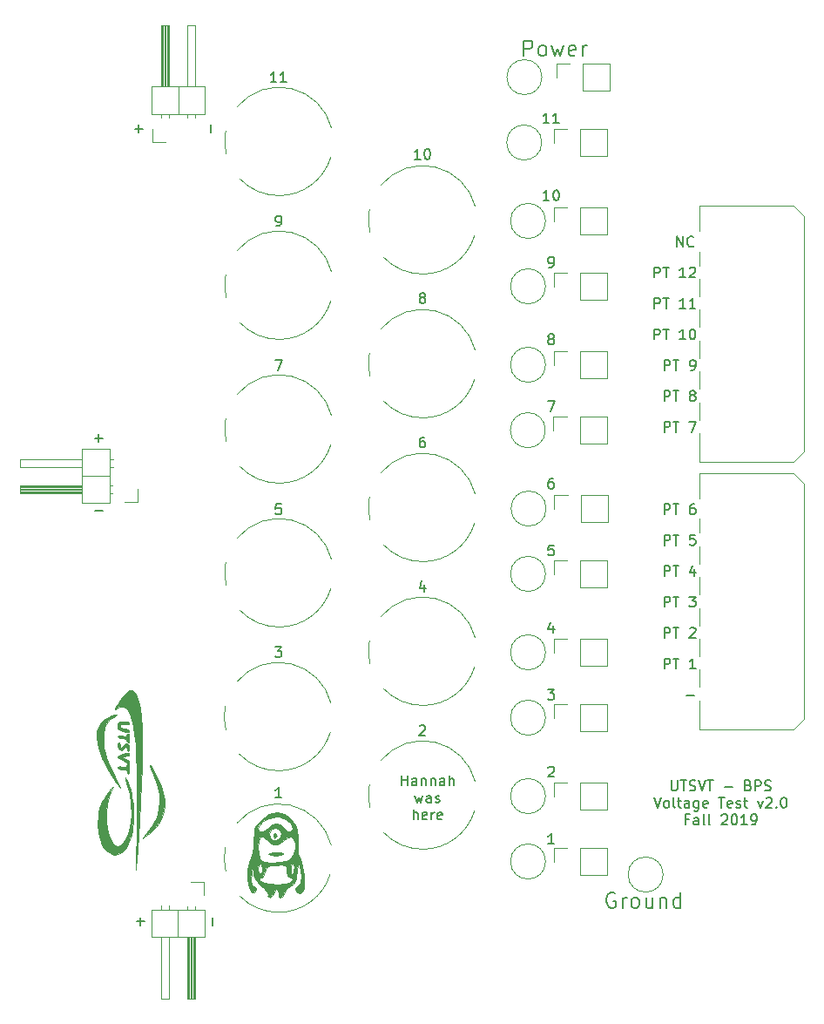
<source format=gbr>
G04 #@! TF.GenerationSoftware,KiCad,Pcbnew,(5.1.4)-1*
G04 #@! TF.CreationDate,2019-11-16T11:33:37-06:00*
G04 #@! TF.ProjectId,TestBoard,54657374-426f-4617-9264-2e6b69636164,rev?*
G04 #@! TF.SameCoordinates,Original*
G04 #@! TF.FileFunction,Legend,Top*
G04 #@! TF.FilePolarity,Positive*
%FSLAX46Y46*%
G04 Gerber Fmt 4.6, Leading zero omitted, Abs format (unit mm)*
G04 Created by KiCad (PCBNEW (5.1.4)-1) date 2019-11-16 11:33:37*
%MOMM*%
%LPD*%
G04 APERTURE LIST*
%ADD10C,0.150000*%
%ADD11C,0.200000*%
%ADD12C,0.120000*%
%ADD13C,0.010000*%
G04 APERTURE END LIST*
D10*
X177785714Y-104952380D02*
X177214285Y-104952380D01*
X177500000Y-104952380D02*
X177500000Y-103952380D01*
X177404761Y-104095238D01*
X177309523Y-104190476D01*
X177214285Y-104238095D01*
X177214285Y-97547619D02*
X177261904Y-97500000D01*
X177357142Y-97452380D01*
X177595238Y-97452380D01*
X177690476Y-97500000D01*
X177738095Y-97547619D01*
X177785714Y-97642857D01*
X177785714Y-97738095D01*
X177738095Y-97880952D01*
X177166666Y-98452380D01*
X177785714Y-98452380D01*
X177166666Y-89952380D02*
X177785714Y-89952380D01*
X177452380Y-90333333D01*
X177595238Y-90333333D01*
X177690476Y-90380952D01*
X177738095Y-90428571D01*
X177785714Y-90523809D01*
X177785714Y-90761904D01*
X177738095Y-90857142D01*
X177690476Y-90904761D01*
X177595238Y-90952380D01*
X177309523Y-90952380D01*
X177214285Y-90904761D01*
X177166666Y-90857142D01*
X177690476Y-83785714D02*
X177690476Y-84452380D01*
X177452380Y-83404761D02*
X177214285Y-84119047D01*
X177833333Y-84119047D01*
X177738095Y-75952380D02*
X177261904Y-75952380D01*
X177214285Y-76428571D01*
X177261904Y-76380952D01*
X177357142Y-76333333D01*
X177595238Y-76333333D01*
X177690476Y-76380952D01*
X177738095Y-76428571D01*
X177785714Y-76523809D01*
X177785714Y-76761904D01*
X177738095Y-76857142D01*
X177690476Y-76904761D01*
X177595238Y-76952380D01*
X177357142Y-76952380D01*
X177261904Y-76904761D01*
X177214285Y-76857142D01*
X177690476Y-69452380D02*
X177500000Y-69452380D01*
X177404761Y-69500000D01*
X177357142Y-69547619D01*
X177261904Y-69690476D01*
X177214285Y-69880952D01*
X177214285Y-70261904D01*
X177261904Y-70357142D01*
X177309523Y-70404761D01*
X177404761Y-70452380D01*
X177595238Y-70452380D01*
X177690476Y-70404761D01*
X177738095Y-70357142D01*
X177785714Y-70261904D01*
X177785714Y-70023809D01*
X177738095Y-69928571D01*
X177690476Y-69880952D01*
X177595238Y-69833333D01*
X177404761Y-69833333D01*
X177309523Y-69880952D01*
X177261904Y-69928571D01*
X177214285Y-70023809D01*
X177166666Y-61952380D02*
X177833333Y-61952380D01*
X177404761Y-62952380D01*
X177404761Y-55880952D02*
X177309523Y-55833333D01*
X177261904Y-55785714D01*
X177214285Y-55690476D01*
X177214285Y-55642857D01*
X177261904Y-55547619D01*
X177309523Y-55500000D01*
X177404761Y-55452380D01*
X177595238Y-55452380D01*
X177690476Y-55500000D01*
X177738095Y-55547619D01*
X177785714Y-55642857D01*
X177785714Y-55690476D01*
X177738095Y-55785714D01*
X177690476Y-55833333D01*
X177595238Y-55880952D01*
X177404761Y-55880952D01*
X177309523Y-55928571D01*
X177261904Y-55976190D01*
X177214285Y-56071428D01*
X177214285Y-56261904D01*
X177261904Y-56357142D01*
X177309523Y-56404761D01*
X177404761Y-56452380D01*
X177595238Y-56452380D01*
X177690476Y-56404761D01*
X177738095Y-56357142D01*
X177785714Y-56261904D01*
X177785714Y-56071428D01*
X177738095Y-55976190D01*
X177690476Y-55928571D01*
X177595238Y-55880952D01*
X177309523Y-48952380D02*
X177500000Y-48952380D01*
X177595238Y-48904761D01*
X177642857Y-48857142D01*
X177738095Y-48714285D01*
X177785714Y-48523809D01*
X177785714Y-48142857D01*
X177738095Y-48047619D01*
X177690476Y-48000000D01*
X177595238Y-47952380D01*
X177404761Y-47952380D01*
X177309523Y-48000000D01*
X177261904Y-48047619D01*
X177214285Y-48142857D01*
X177214285Y-48380952D01*
X177261904Y-48476190D01*
X177309523Y-48523809D01*
X177404761Y-48571428D01*
X177595238Y-48571428D01*
X177690476Y-48523809D01*
X177738095Y-48476190D01*
X177785714Y-48380952D01*
X177309523Y-42452380D02*
X176738095Y-42452380D01*
X177023809Y-42452380D02*
X177023809Y-41452380D01*
X176928571Y-41595238D01*
X176833333Y-41690476D01*
X176738095Y-41738095D01*
X177928571Y-41452380D02*
X178023809Y-41452380D01*
X178119047Y-41500000D01*
X178166666Y-41547619D01*
X178214285Y-41642857D01*
X178261904Y-41833333D01*
X178261904Y-42071428D01*
X178214285Y-42261904D01*
X178166666Y-42357142D01*
X178119047Y-42404761D01*
X178023809Y-42452380D01*
X177928571Y-42452380D01*
X177833333Y-42404761D01*
X177785714Y-42357142D01*
X177738095Y-42261904D01*
X177690476Y-42071428D01*
X177690476Y-41833333D01*
X177738095Y-41642857D01*
X177785714Y-41547619D01*
X177833333Y-41500000D01*
X177928571Y-41452380D01*
X177309523Y-34952380D02*
X176738095Y-34952380D01*
X177023809Y-34952380D02*
X177023809Y-33952380D01*
X176928571Y-34095238D01*
X176833333Y-34190476D01*
X176738095Y-34238095D01*
X178261904Y-34952380D02*
X177690476Y-34952380D01*
X177976190Y-34952380D02*
X177976190Y-33952380D01*
X177880952Y-34095238D01*
X177785714Y-34190476D01*
X177690476Y-34238095D01*
X151285714Y-100452380D02*
X150714285Y-100452380D01*
X151000000Y-100452380D02*
X151000000Y-99452380D01*
X150904761Y-99595238D01*
X150809523Y-99690476D01*
X150714285Y-99738095D01*
X164714285Y-93547619D02*
X164761904Y-93500000D01*
X164857142Y-93452380D01*
X165095238Y-93452380D01*
X165190476Y-93500000D01*
X165238095Y-93547619D01*
X165285714Y-93642857D01*
X165285714Y-93738095D01*
X165238095Y-93880952D01*
X164666666Y-94452380D01*
X165285714Y-94452380D01*
X150666666Y-85812380D02*
X151285714Y-85812380D01*
X150952380Y-86193333D01*
X151095238Y-86193333D01*
X151190476Y-86240952D01*
X151238095Y-86288571D01*
X151285714Y-86383809D01*
X151285714Y-86621904D01*
X151238095Y-86717142D01*
X151190476Y-86764761D01*
X151095238Y-86812380D01*
X150809523Y-86812380D01*
X150714285Y-86764761D01*
X150666666Y-86717142D01*
X165190476Y-79785714D02*
X165190476Y-80452380D01*
X164952380Y-79404761D02*
X164714285Y-80119047D01*
X165333333Y-80119047D01*
X151238095Y-71952380D02*
X150761904Y-71952380D01*
X150714285Y-72428571D01*
X150761904Y-72380952D01*
X150857142Y-72333333D01*
X151095238Y-72333333D01*
X151190476Y-72380952D01*
X151238095Y-72428571D01*
X151285714Y-72523809D01*
X151285714Y-72761904D01*
X151238095Y-72857142D01*
X151190476Y-72904761D01*
X151095238Y-72952380D01*
X150857142Y-72952380D01*
X150761904Y-72904761D01*
X150714285Y-72857142D01*
X165190476Y-65452380D02*
X165000000Y-65452380D01*
X164904761Y-65500000D01*
X164857142Y-65547619D01*
X164761904Y-65690476D01*
X164714285Y-65880952D01*
X164714285Y-66261904D01*
X164761904Y-66357142D01*
X164809523Y-66404761D01*
X164904761Y-66452380D01*
X165095238Y-66452380D01*
X165190476Y-66404761D01*
X165238095Y-66357142D01*
X165285714Y-66261904D01*
X165285714Y-66023809D01*
X165238095Y-65928571D01*
X165190476Y-65880952D01*
X165095238Y-65833333D01*
X164904761Y-65833333D01*
X164809523Y-65880952D01*
X164761904Y-65928571D01*
X164714285Y-66023809D01*
X150666666Y-57952380D02*
X151333333Y-57952380D01*
X150904761Y-58952380D01*
X164904761Y-51880952D02*
X164809523Y-51833333D01*
X164761904Y-51785714D01*
X164714285Y-51690476D01*
X164714285Y-51642857D01*
X164761904Y-51547619D01*
X164809523Y-51500000D01*
X164904761Y-51452380D01*
X165095238Y-51452380D01*
X165190476Y-51500000D01*
X165238095Y-51547619D01*
X165285714Y-51642857D01*
X165285714Y-51690476D01*
X165238095Y-51785714D01*
X165190476Y-51833333D01*
X165095238Y-51880952D01*
X164904761Y-51880952D01*
X164809523Y-51928571D01*
X164761904Y-51976190D01*
X164714285Y-52071428D01*
X164714285Y-52261904D01*
X164761904Y-52357142D01*
X164809523Y-52404761D01*
X164904761Y-52452380D01*
X165095238Y-52452380D01*
X165190476Y-52404761D01*
X165238095Y-52357142D01*
X165285714Y-52261904D01*
X165285714Y-52071428D01*
X165238095Y-51976190D01*
X165190476Y-51928571D01*
X165095238Y-51880952D01*
X150809523Y-44952380D02*
X151000000Y-44952380D01*
X151095238Y-44904761D01*
X151142857Y-44857142D01*
X151238095Y-44714285D01*
X151285714Y-44523809D01*
X151285714Y-44142857D01*
X151238095Y-44047619D01*
X151190476Y-44000000D01*
X151095238Y-43952380D01*
X150904761Y-43952380D01*
X150809523Y-44000000D01*
X150761904Y-44047619D01*
X150714285Y-44142857D01*
X150714285Y-44380952D01*
X150761904Y-44476190D01*
X150809523Y-44523809D01*
X150904761Y-44571428D01*
X151095238Y-44571428D01*
X151190476Y-44523809D01*
X151238095Y-44476190D01*
X151285714Y-44380952D01*
X164809523Y-38452380D02*
X164238095Y-38452380D01*
X164523809Y-38452380D02*
X164523809Y-37452380D01*
X164428571Y-37595238D01*
X164333333Y-37690476D01*
X164238095Y-37738095D01*
X165428571Y-37452380D02*
X165523809Y-37452380D01*
X165619047Y-37500000D01*
X165666666Y-37547619D01*
X165714285Y-37642857D01*
X165761904Y-37833333D01*
X165761904Y-38071428D01*
X165714285Y-38261904D01*
X165666666Y-38357142D01*
X165619047Y-38404761D01*
X165523809Y-38452380D01*
X165428571Y-38452380D01*
X165333333Y-38404761D01*
X165285714Y-38357142D01*
X165238095Y-38261904D01*
X165190476Y-38071428D01*
X165190476Y-37833333D01*
X165238095Y-37642857D01*
X165285714Y-37547619D01*
X165333333Y-37500000D01*
X165428571Y-37452380D01*
X150809523Y-30952380D02*
X150238095Y-30952380D01*
X150523809Y-30952380D02*
X150523809Y-29952380D01*
X150428571Y-30095238D01*
X150333333Y-30190476D01*
X150238095Y-30238095D01*
X151761904Y-30952380D02*
X151190476Y-30952380D01*
X151476190Y-30952380D02*
X151476190Y-29952380D01*
X151380952Y-30095238D01*
X151285714Y-30190476D01*
X151190476Y-30238095D01*
X189190476Y-98802380D02*
X189190476Y-99611904D01*
X189238095Y-99707142D01*
X189285714Y-99754761D01*
X189380952Y-99802380D01*
X189571428Y-99802380D01*
X189666666Y-99754761D01*
X189714285Y-99707142D01*
X189761904Y-99611904D01*
X189761904Y-98802380D01*
X190095238Y-98802380D02*
X190666666Y-98802380D01*
X190380952Y-99802380D02*
X190380952Y-98802380D01*
X190952380Y-99754761D02*
X191095238Y-99802380D01*
X191333333Y-99802380D01*
X191428571Y-99754761D01*
X191476190Y-99707142D01*
X191523809Y-99611904D01*
X191523809Y-99516666D01*
X191476190Y-99421428D01*
X191428571Y-99373809D01*
X191333333Y-99326190D01*
X191142857Y-99278571D01*
X191047619Y-99230952D01*
X191000000Y-99183333D01*
X190952380Y-99088095D01*
X190952380Y-98992857D01*
X191000000Y-98897619D01*
X191047619Y-98850000D01*
X191142857Y-98802380D01*
X191380952Y-98802380D01*
X191523809Y-98850000D01*
X191809523Y-98802380D02*
X192142857Y-99802380D01*
X192476190Y-98802380D01*
X192666666Y-98802380D02*
X193238095Y-98802380D01*
X192952380Y-99802380D02*
X192952380Y-98802380D01*
X194333333Y-99421428D02*
X195095238Y-99421428D01*
X196666666Y-99278571D02*
X196809523Y-99326190D01*
X196857142Y-99373809D01*
X196904761Y-99469047D01*
X196904761Y-99611904D01*
X196857142Y-99707142D01*
X196809523Y-99754761D01*
X196714285Y-99802380D01*
X196333333Y-99802380D01*
X196333333Y-98802380D01*
X196666666Y-98802380D01*
X196761904Y-98850000D01*
X196809523Y-98897619D01*
X196857142Y-98992857D01*
X196857142Y-99088095D01*
X196809523Y-99183333D01*
X196761904Y-99230952D01*
X196666666Y-99278571D01*
X196333333Y-99278571D01*
X197333333Y-99802380D02*
X197333333Y-98802380D01*
X197714285Y-98802380D01*
X197809523Y-98850000D01*
X197857142Y-98897619D01*
X197904761Y-98992857D01*
X197904761Y-99135714D01*
X197857142Y-99230952D01*
X197809523Y-99278571D01*
X197714285Y-99326190D01*
X197333333Y-99326190D01*
X198285714Y-99754761D02*
X198428571Y-99802380D01*
X198666666Y-99802380D01*
X198761904Y-99754761D01*
X198809523Y-99707142D01*
X198857142Y-99611904D01*
X198857142Y-99516666D01*
X198809523Y-99421428D01*
X198761904Y-99373809D01*
X198666666Y-99326190D01*
X198476190Y-99278571D01*
X198380952Y-99230952D01*
X198333333Y-99183333D01*
X198285714Y-99088095D01*
X198285714Y-98992857D01*
X198333333Y-98897619D01*
X198380952Y-98850000D01*
X198476190Y-98802380D01*
X198714285Y-98802380D01*
X198857142Y-98850000D01*
X187500000Y-100452380D02*
X187833333Y-101452380D01*
X188166666Y-100452380D01*
X188642857Y-101452380D02*
X188547619Y-101404761D01*
X188500000Y-101357142D01*
X188452380Y-101261904D01*
X188452380Y-100976190D01*
X188500000Y-100880952D01*
X188547619Y-100833333D01*
X188642857Y-100785714D01*
X188785714Y-100785714D01*
X188880952Y-100833333D01*
X188928571Y-100880952D01*
X188976190Y-100976190D01*
X188976190Y-101261904D01*
X188928571Y-101357142D01*
X188880952Y-101404761D01*
X188785714Y-101452380D01*
X188642857Y-101452380D01*
X189547619Y-101452380D02*
X189452380Y-101404761D01*
X189404761Y-101309523D01*
X189404761Y-100452380D01*
X189785714Y-100785714D02*
X190166666Y-100785714D01*
X189928571Y-100452380D02*
X189928571Y-101309523D01*
X189976190Y-101404761D01*
X190071428Y-101452380D01*
X190166666Y-101452380D01*
X190928571Y-101452380D02*
X190928571Y-100928571D01*
X190880952Y-100833333D01*
X190785714Y-100785714D01*
X190595238Y-100785714D01*
X190500000Y-100833333D01*
X190928571Y-101404761D02*
X190833333Y-101452380D01*
X190595238Y-101452380D01*
X190500000Y-101404761D01*
X190452380Y-101309523D01*
X190452380Y-101214285D01*
X190500000Y-101119047D01*
X190595238Y-101071428D01*
X190833333Y-101071428D01*
X190928571Y-101023809D01*
X191833333Y-100785714D02*
X191833333Y-101595238D01*
X191785714Y-101690476D01*
X191738095Y-101738095D01*
X191642857Y-101785714D01*
X191500000Y-101785714D01*
X191404761Y-101738095D01*
X191833333Y-101404761D02*
X191738095Y-101452380D01*
X191547619Y-101452380D01*
X191452380Y-101404761D01*
X191404761Y-101357142D01*
X191357142Y-101261904D01*
X191357142Y-100976190D01*
X191404761Y-100880952D01*
X191452380Y-100833333D01*
X191547619Y-100785714D01*
X191738095Y-100785714D01*
X191833333Y-100833333D01*
X192690476Y-101404761D02*
X192595238Y-101452380D01*
X192404761Y-101452380D01*
X192309523Y-101404761D01*
X192261904Y-101309523D01*
X192261904Y-100928571D01*
X192309523Y-100833333D01*
X192404761Y-100785714D01*
X192595238Y-100785714D01*
X192690476Y-100833333D01*
X192738095Y-100928571D01*
X192738095Y-101023809D01*
X192261904Y-101119047D01*
X193785714Y-100452380D02*
X194357142Y-100452380D01*
X194071428Y-101452380D02*
X194071428Y-100452380D01*
X195071428Y-101404761D02*
X194976190Y-101452380D01*
X194785714Y-101452380D01*
X194690476Y-101404761D01*
X194642857Y-101309523D01*
X194642857Y-100928571D01*
X194690476Y-100833333D01*
X194785714Y-100785714D01*
X194976190Y-100785714D01*
X195071428Y-100833333D01*
X195119047Y-100928571D01*
X195119047Y-101023809D01*
X194642857Y-101119047D01*
X195500000Y-101404761D02*
X195595238Y-101452380D01*
X195785714Y-101452380D01*
X195880952Y-101404761D01*
X195928571Y-101309523D01*
X195928571Y-101261904D01*
X195880952Y-101166666D01*
X195785714Y-101119047D01*
X195642857Y-101119047D01*
X195547619Y-101071428D01*
X195500000Y-100976190D01*
X195500000Y-100928571D01*
X195547619Y-100833333D01*
X195642857Y-100785714D01*
X195785714Y-100785714D01*
X195880952Y-100833333D01*
X196214285Y-100785714D02*
X196595238Y-100785714D01*
X196357142Y-100452380D02*
X196357142Y-101309523D01*
X196404761Y-101404761D01*
X196500000Y-101452380D01*
X196595238Y-101452380D01*
X197595238Y-100785714D02*
X197833333Y-101452380D01*
X198071428Y-100785714D01*
X198404761Y-100547619D02*
X198452380Y-100500000D01*
X198547619Y-100452380D01*
X198785714Y-100452380D01*
X198880952Y-100500000D01*
X198928571Y-100547619D01*
X198976190Y-100642857D01*
X198976190Y-100738095D01*
X198928571Y-100880952D01*
X198357142Y-101452380D01*
X198976190Y-101452380D01*
X199404761Y-101357142D02*
X199452380Y-101404761D01*
X199404761Y-101452380D01*
X199357142Y-101404761D01*
X199404761Y-101357142D01*
X199404761Y-101452380D01*
X200071428Y-100452380D02*
X200166666Y-100452380D01*
X200261904Y-100500000D01*
X200309523Y-100547619D01*
X200357142Y-100642857D01*
X200404761Y-100833333D01*
X200404761Y-101071428D01*
X200357142Y-101261904D01*
X200309523Y-101357142D01*
X200261904Y-101404761D01*
X200166666Y-101452380D01*
X200071428Y-101452380D01*
X199976190Y-101404761D01*
X199928571Y-101357142D01*
X199880952Y-101261904D01*
X199833333Y-101071428D01*
X199833333Y-100833333D01*
X199880952Y-100642857D01*
X199928571Y-100547619D01*
X199976190Y-100500000D01*
X200071428Y-100452380D01*
X190880952Y-102578571D02*
X190547619Y-102578571D01*
X190547619Y-103102380D02*
X190547619Y-102102380D01*
X191023809Y-102102380D01*
X191833333Y-103102380D02*
X191833333Y-102578571D01*
X191785714Y-102483333D01*
X191690476Y-102435714D01*
X191500000Y-102435714D01*
X191404761Y-102483333D01*
X191833333Y-103054761D02*
X191738095Y-103102380D01*
X191500000Y-103102380D01*
X191404761Y-103054761D01*
X191357142Y-102959523D01*
X191357142Y-102864285D01*
X191404761Y-102769047D01*
X191500000Y-102721428D01*
X191738095Y-102721428D01*
X191833333Y-102673809D01*
X192452380Y-103102380D02*
X192357142Y-103054761D01*
X192309523Y-102959523D01*
X192309523Y-102102380D01*
X192976190Y-103102380D02*
X192880952Y-103054761D01*
X192833333Y-102959523D01*
X192833333Y-102102380D01*
X194071428Y-102197619D02*
X194119047Y-102150000D01*
X194214285Y-102102380D01*
X194452380Y-102102380D01*
X194547619Y-102150000D01*
X194595238Y-102197619D01*
X194642857Y-102292857D01*
X194642857Y-102388095D01*
X194595238Y-102530952D01*
X194023809Y-103102380D01*
X194642857Y-103102380D01*
X195261904Y-102102380D02*
X195357142Y-102102380D01*
X195452380Y-102150000D01*
X195500000Y-102197619D01*
X195547619Y-102292857D01*
X195595238Y-102483333D01*
X195595238Y-102721428D01*
X195547619Y-102911904D01*
X195500000Y-103007142D01*
X195452380Y-103054761D01*
X195357142Y-103102380D01*
X195261904Y-103102380D01*
X195166666Y-103054761D01*
X195119047Y-103007142D01*
X195071428Y-102911904D01*
X195023809Y-102721428D01*
X195023809Y-102483333D01*
X195071428Y-102292857D01*
X195119047Y-102197619D01*
X195166666Y-102150000D01*
X195261904Y-102102380D01*
X196547619Y-103102380D02*
X195976190Y-103102380D01*
X196261904Y-103102380D02*
X196261904Y-102102380D01*
X196166666Y-102245238D01*
X196071428Y-102340476D01*
X195976190Y-102388095D01*
X197023809Y-103102380D02*
X197214285Y-103102380D01*
X197309523Y-103054761D01*
X197357142Y-103007142D01*
X197452380Y-102864285D01*
X197500000Y-102673809D01*
X197500000Y-102292857D01*
X197452380Y-102197619D01*
X197404761Y-102150000D01*
X197309523Y-102102380D01*
X197119047Y-102102380D01*
X197023809Y-102150000D01*
X196976190Y-102197619D01*
X196928571Y-102292857D01*
X196928571Y-102530952D01*
X196976190Y-102626190D01*
X197023809Y-102673809D01*
X197119047Y-102721428D01*
X197309523Y-102721428D01*
X197404761Y-102673809D01*
X197452380Y-102626190D01*
X197500000Y-102530952D01*
X189714285Y-46952380D02*
X189714285Y-45952380D01*
X190285714Y-46952380D01*
X190285714Y-45952380D01*
X191333333Y-46857142D02*
X191285714Y-46904761D01*
X191142857Y-46952380D01*
X191047619Y-46952380D01*
X190904761Y-46904761D01*
X190809523Y-46809523D01*
X190761904Y-46714285D01*
X190714285Y-46523809D01*
X190714285Y-46380952D01*
X190761904Y-46190476D01*
X190809523Y-46095238D01*
X190904761Y-46000000D01*
X191047619Y-45952380D01*
X191142857Y-45952380D01*
X191285714Y-46000000D01*
X191333333Y-46047619D01*
X144428571Y-35119047D02*
X144428571Y-35880952D01*
X144571428Y-112880952D02*
X144571428Y-112119047D01*
X137571428Y-112880952D02*
X137571428Y-112119047D01*
X137952380Y-112500000D02*
X137190476Y-112500000D01*
X137428571Y-35119047D02*
X137428571Y-35880952D01*
X137047619Y-35500000D02*
X137809523Y-35500000D01*
X162952380Y-99302380D02*
X162952380Y-98302380D01*
X162952380Y-98778571D02*
X163523809Y-98778571D01*
X163523809Y-99302380D02*
X163523809Y-98302380D01*
X164428571Y-99302380D02*
X164428571Y-98778571D01*
X164380952Y-98683333D01*
X164285714Y-98635714D01*
X164095238Y-98635714D01*
X164000000Y-98683333D01*
X164428571Y-99254761D02*
X164333333Y-99302380D01*
X164095238Y-99302380D01*
X164000000Y-99254761D01*
X163952380Y-99159523D01*
X163952380Y-99064285D01*
X164000000Y-98969047D01*
X164095238Y-98921428D01*
X164333333Y-98921428D01*
X164428571Y-98873809D01*
X164904761Y-98635714D02*
X164904761Y-99302380D01*
X164904761Y-98730952D02*
X164952380Y-98683333D01*
X165047619Y-98635714D01*
X165190476Y-98635714D01*
X165285714Y-98683333D01*
X165333333Y-98778571D01*
X165333333Y-99302380D01*
X165809523Y-98635714D02*
X165809523Y-99302380D01*
X165809523Y-98730952D02*
X165857142Y-98683333D01*
X165952380Y-98635714D01*
X166095238Y-98635714D01*
X166190476Y-98683333D01*
X166238095Y-98778571D01*
X166238095Y-99302380D01*
X167142857Y-99302380D02*
X167142857Y-98778571D01*
X167095238Y-98683333D01*
X167000000Y-98635714D01*
X166809523Y-98635714D01*
X166714285Y-98683333D01*
X167142857Y-99254761D02*
X167047619Y-99302380D01*
X166809523Y-99302380D01*
X166714285Y-99254761D01*
X166666666Y-99159523D01*
X166666666Y-99064285D01*
X166714285Y-98969047D01*
X166809523Y-98921428D01*
X167047619Y-98921428D01*
X167142857Y-98873809D01*
X167619047Y-99302380D02*
X167619047Y-98302380D01*
X168047619Y-99302380D02*
X168047619Y-98778571D01*
X168000000Y-98683333D01*
X167904761Y-98635714D01*
X167761904Y-98635714D01*
X167666666Y-98683333D01*
X167619047Y-98730952D01*
X164261904Y-100285714D02*
X164452380Y-100952380D01*
X164642857Y-100476190D01*
X164833333Y-100952380D01*
X165023809Y-100285714D01*
X165833333Y-100952380D02*
X165833333Y-100428571D01*
X165785714Y-100333333D01*
X165690476Y-100285714D01*
X165500000Y-100285714D01*
X165404761Y-100333333D01*
X165833333Y-100904761D02*
X165738095Y-100952380D01*
X165500000Y-100952380D01*
X165404761Y-100904761D01*
X165357142Y-100809523D01*
X165357142Y-100714285D01*
X165404761Y-100619047D01*
X165500000Y-100571428D01*
X165738095Y-100571428D01*
X165833333Y-100523809D01*
X166261904Y-100904761D02*
X166357142Y-100952380D01*
X166547619Y-100952380D01*
X166642857Y-100904761D01*
X166690476Y-100809523D01*
X166690476Y-100761904D01*
X166642857Y-100666666D01*
X166547619Y-100619047D01*
X166404761Y-100619047D01*
X166309523Y-100571428D01*
X166261904Y-100476190D01*
X166261904Y-100428571D01*
X166309523Y-100333333D01*
X166404761Y-100285714D01*
X166547619Y-100285714D01*
X166642857Y-100333333D01*
X164119047Y-102602380D02*
X164119047Y-101602380D01*
X164547619Y-102602380D02*
X164547619Y-102078571D01*
X164500000Y-101983333D01*
X164404761Y-101935714D01*
X164261904Y-101935714D01*
X164166666Y-101983333D01*
X164119047Y-102030952D01*
X165404761Y-102554761D02*
X165309523Y-102602380D01*
X165119047Y-102602380D01*
X165023809Y-102554761D01*
X164976190Y-102459523D01*
X164976190Y-102078571D01*
X165023809Y-101983333D01*
X165119047Y-101935714D01*
X165309523Y-101935714D01*
X165404761Y-101983333D01*
X165452380Y-102078571D01*
X165452380Y-102173809D01*
X164976190Y-102269047D01*
X165880952Y-102602380D02*
X165880952Y-101935714D01*
X165880952Y-102126190D02*
X165928571Y-102030952D01*
X165976190Y-101983333D01*
X166071428Y-101935714D01*
X166166666Y-101935714D01*
X166880952Y-102554761D02*
X166785714Y-102602380D01*
X166595238Y-102602380D01*
X166500000Y-102554761D01*
X166452380Y-102459523D01*
X166452380Y-102078571D01*
X166500000Y-101983333D01*
X166595238Y-101935714D01*
X166785714Y-101935714D01*
X166880952Y-101983333D01*
X166928571Y-102078571D01*
X166928571Y-102173809D01*
X166452380Y-102269047D01*
D11*
X183714285Y-109750000D02*
X183571428Y-109678571D01*
X183357142Y-109678571D01*
X183142857Y-109750000D01*
X183000000Y-109892857D01*
X182928571Y-110035714D01*
X182857142Y-110321428D01*
X182857142Y-110535714D01*
X182928571Y-110821428D01*
X183000000Y-110964285D01*
X183142857Y-111107142D01*
X183357142Y-111178571D01*
X183500000Y-111178571D01*
X183714285Y-111107142D01*
X183785714Y-111035714D01*
X183785714Y-110535714D01*
X183500000Y-110535714D01*
X184428571Y-111178571D02*
X184428571Y-110178571D01*
X184428571Y-110464285D02*
X184500000Y-110321428D01*
X184571428Y-110250000D01*
X184714285Y-110178571D01*
X184857142Y-110178571D01*
X185571428Y-111178571D02*
X185428571Y-111107142D01*
X185357142Y-111035714D01*
X185285714Y-110892857D01*
X185285714Y-110464285D01*
X185357142Y-110321428D01*
X185428571Y-110250000D01*
X185571428Y-110178571D01*
X185785714Y-110178571D01*
X185928571Y-110250000D01*
X186000000Y-110321428D01*
X186071428Y-110464285D01*
X186071428Y-110892857D01*
X186000000Y-111035714D01*
X185928571Y-111107142D01*
X185785714Y-111178571D01*
X185571428Y-111178571D01*
X187357142Y-110178571D02*
X187357142Y-111178571D01*
X186714285Y-110178571D02*
X186714285Y-110964285D01*
X186785714Y-111107142D01*
X186928571Y-111178571D01*
X187142857Y-111178571D01*
X187285714Y-111107142D01*
X187357142Y-111035714D01*
X188071428Y-110178571D02*
X188071428Y-111178571D01*
X188071428Y-110321428D02*
X188142857Y-110250000D01*
X188285714Y-110178571D01*
X188500000Y-110178571D01*
X188642857Y-110250000D01*
X188714285Y-110392857D01*
X188714285Y-111178571D01*
X190071428Y-111178571D02*
X190071428Y-109678571D01*
X190071428Y-111107142D02*
X189928571Y-111178571D01*
X189642857Y-111178571D01*
X189500000Y-111107142D01*
X189428571Y-111035714D01*
X189357142Y-110892857D01*
X189357142Y-110464285D01*
X189428571Y-110321428D01*
X189500000Y-110250000D01*
X189642857Y-110178571D01*
X189928571Y-110178571D01*
X190071428Y-110250000D01*
X174835714Y-28428571D02*
X174835714Y-26928571D01*
X175407142Y-26928571D01*
X175550000Y-27000000D01*
X175621428Y-27071428D01*
X175692857Y-27214285D01*
X175692857Y-27428571D01*
X175621428Y-27571428D01*
X175550000Y-27642857D01*
X175407142Y-27714285D01*
X174835714Y-27714285D01*
X176550000Y-28428571D02*
X176407142Y-28357142D01*
X176335714Y-28285714D01*
X176264285Y-28142857D01*
X176264285Y-27714285D01*
X176335714Y-27571428D01*
X176407142Y-27500000D01*
X176550000Y-27428571D01*
X176764285Y-27428571D01*
X176907142Y-27500000D01*
X176978571Y-27571428D01*
X177050000Y-27714285D01*
X177050000Y-28142857D01*
X176978571Y-28285714D01*
X176907142Y-28357142D01*
X176764285Y-28428571D01*
X176550000Y-28428571D01*
X177550000Y-27428571D02*
X177835714Y-28428571D01*
X178121428Y-27714285D01*
X178407142Y-28428571D01*
X178692857Y-27428571D01*
X179835714Y-28357142D02*
X179692857Y-28428571D01*
X179407142Y-28428571D01*
X179264285Y-28357142D01*
X179192857Y-28214285D01*
X179192857Y-27642857D01*
X179264285Y-27500000D01*
X179407142Y-27428571D01*
X179692857Y-27428571D01*
X179835714Y-27500000D01*
X179907142Y-27642857D01*
X179907142Y-27785714D01*
X179192857Y-27928571D01*
X180550000Y-28428571D02*
X180550000Y-27428571D01*
X180550000Y-27714285D02*
X180621428Y-27571428D01*
X180692857Y-27500000D01*
X180835714Y-27428571D01*
X180978571Y-27428571D01*
D10*
X190619047Y-90571428D02*
X191380952Y-90571428D01*
X188500000Y-87952380D02*
X188500000Y-86952380D01*
X188880952Y-86952380D01*
X188976190Y-87000000D01*
X189023809Y-87047619D01*
X189071428Y-87142857D01*
X189071428Y-87285714D01*
X189023809Y-87380952D01*
X188976190Y-87428571D01*
X188880952Y-87476190D01*
X188500000Y-87476190D01*
X189357142Y-86952380D02*
X189928571Y-86952380D01*
X189642857Y-87952380D02*
X189642857Y-86952380D01*
X191547619Y-87952380D02*
X190976190Y-87952380D01*
X191261904Y-87952380D02*
X191261904Y-86952380D01*
X191166666Y-87095238D01*
X191071428Y-87190476D01*
X190976190Y-87238095D01*
X188500000Y-84952380D02*
X188500000Y-83952380D01*
X188880952Y-83952380D01*
X188976190Y-84000000D01*
X189023809Y-84047619D01*
X189071428Y-84142857D01*
X189071428Y-84285714D01*
X189023809Y-84380952D01*
X188976190Y-84428571D01*
X188880952Y-84476190D01*
X188500000Y-84476190D01*
X189357142Y-83952380D02*
X189928571Y-83952380D01*
X189642857Y-84952380D02*
X189642857Y-83952380D01*
X190976190Y-84047619D02*
X191023809Y-84000000D01*
X191119047Y-83952380D01*
X191357142Y-83952380D01*
X191452380Y-84000000D01*
X191500000Y-84047619D01*
X191547619Y-84142857D01*
X191547619Y-84238095D01*
X191500000Y-84380952D01*
X190928571Y-84952380D01*
X191547619Y-84952380D01*
X188500000Y-81952380D02*
X188500000Y-80952380D01*
X188880952Y-80952380D01*
X188976190Y-81000000D01*
X189023809Y-81047619D01*
X189071428Y-81142857D01*
X189071428Y-81285714D01*
X189023809Y-81380952D01*
X188976190Y-81428571D01*
X188880952Y-81476190D01*
X188500000Y-81476190D01*
X189357142Y-80952380D02*
X189928571Y-80952380D01*
X189642857Y-81952380D02*
X189642857Y-80952380D01*
X190928571Y-80952380D02*
X191547619Y-80952380D01*
X191214285Y-81333333D01*
X191357142Y-81333333D01*
X191452380Y-81380952D01*
X191500000Y-81428571D01*
X191547619Y-81523809D01*
X191547619Y-81761904D01*
X191500000Y-81857142D01*
X191452380Y-81904761D01*
X191357142Y-81952380D01*
X191071428Y-81952380D01*
X190976190Y-81904761D01*
X190928571Y-81857142D01*
X188500000Y-78952380D02*
X188500000Y-77952380D01*
X188880952Y-77952380D01*
X188976190Y-78000000D01*
X189023809Y-78047619D01*
X189071428Y-78142857D01*
X189071428Y-78285714D01*
X189023809Y-78380952D01*
X188976190Y-78428571D01*
X188880952Y-78476190D01*
X188500000Y-78476190D01*
X189357142Y-77952380D02*
X189928571Y-77952380D01*
X189642857Y-78952380D02*
X189642857Y-77952380D01*
X191452380Y-78285714D02*
X191452380Y-78952380D01*
X191214285Y-77904761D02*
X190976190Y-78619047D01*
X191595238Y-78619047D01*
X188500000Y-75952380D02*
X188500000Y-74952380D01*
X188880952Y-74952380D01*
X188976190Y-75000000D01*
X189023809Y-75047619D01*
X189071428Y-75142857D01*
X189071428Y-75285714D01*
X189023809Y-75380952D01*
X188976190Y-75428571D01*
X188880952Y-75476190D01*
X188500000Y-75476190D01*
X189357142Y-74952380D02*
X189928571Y-74952380D01*
X189642857Y-75952380D02*
X189642857Y-74952380D01*
X191500000Y-74952380D02*
X191023809Y-74952380D01*
X190976190Y-75428571D01*
X191023809Y-75380952D01*
X191119047Y-75333333D01*
X191357142Y-75333333D01*
X191452380Y-75380952D01*
X191500000Y-75428571D01*
X191547619Y-75523809D01*
X191547619Y-75761904D01*
X191500000Y-75857142D01*
X191452380Y-75904761D01*
X191357142Y-75952380D01*
X191119047Y-75952380D01*
X191023809Y-75904761D01*
X190976190Y-75857142D01*
X188500000Y-72952380D02*
X188500000Y-71952380D01*
X188880952Y-71952380D01*
X188976190Y-72000000D01*
X189023809Y-72047619D01*
X189071428Y-72142857D01*
X189071428Y-72285714D01*
X189023809Y-72380952D01*
X188976190Y-72428571D01*
X188880952Y-72476190D01*
X188500000Y-72476190D01*
X189357142Y-71952380D02*
X189928571Y-71952380D01*
X189642857Y-72952380D02*
X189642857Y-71952380D01*
X191452380Y-71952380D02*
X191261904Y-71952380D01*
X191166666Y-72000000D01*
X191119047Y-72047619D01*
X191023809Y-72190476D01*
X190976190Y-72380952D01*
X190976190Y-72761904D01*
X191023809Y-72857142D01*
X191071428Y-72904761D01*
X191166666Y-72952380D01*
X191357142Y-72952380D01*
X191452380Y-72904761D01*
X191500000Y-72857142D01*
X191547619Y-72761904D01*
X191547619Y-72523809D01*
X191500000Y-72428571D01*
X191452380Y-72380952D01*
X191357142Y-72333333D01*
X191166666Y-72333333D01*
X191071428Y-72380952D01*
X191023809Y-72428571D01*
X190976190Y-72523809D01*
X188500000Y-64952380D02*
X188500000Y-63952380D01*
X188880952Y-63952380D01*
X188976190Y-64000000D01*
X189023809Y-64047619D01*
X189071428Y-64142857D01*
X189071428Y-64285714D01*
X189023809Y-64380952D01*
X188976190Y-64428571D01*
X188880952Y-64476190D01*
X188500000Y-64476190D01*
X189357142Y-63952380D02*
X189928571Y-63952380D01*
X189642857Y-64952380D02*
X189642857Y-63952380D01*
X190928571Y-63952380D02*
X191595238Y-63952380D01*
X191166666Y-64952380D01*
X188500000Y-61952380D02*
X188500000Y-60952380D01*
X188880952Y-60952380D01*
X188976190Y-61000000D01*
X189023809Y-61047619D01*
X189071428Y-61142857D01*
X189071428Y-61285714D01*
X189023809Y-61380952D01*
X188976190Y-61428571D01*
X188880952Y-61476190D01*
X188500000Y-61476190D01*
X189357142Y-60952380D02*
X189928571Y-60952380D01*
X189642857Y-61952380D02*
X189642857Y-60952380D01*
X191166666Y-61380952D02*
X191071428Y-61333333D01*
X191023809Y-61285714D01*
X190976190Y-61190476D01*
X190976190Y-61142857D01*
X191023809Y-61047619D01*
X191071428Y-61000000D01*
X191166666Y-60952380D01*
X191357142Y-60952380D01*
X191452380Y-61000000D01*
X191500000Y-61047619D01*
X191547619Y-61142857D01*
X191547619Y-61190476D01*
X191500000Y-61285714D01*
X191452380Y-61333333D01*
X191357142Y-61380952D01*
X191166666Y-61380952D01*
X191071428Y-61428571D01*
X191023809Y-61476190D01*
X190976190Y-61571428D01*
X190976190Y-61761904D01*
X191023809Y-61857142D01*
X191071428Y-61904761D01*
X191166666Y-61952380D01*
X191357142Y-61952380D01*
X191452380Y-61904761D01*
X191500000Y-61857142D01*
X191547619Y-61761904D01*
X191547619Y-61571428D01*
X191500000Y-61476190D01*
X191452380Y-61428571D01*
X191357142Y-61380952D01*
X188500000Y-58952380D02*
X188500000Y-57952380D01*
X188880952Y-57952380D01*
X188976190Y-58000000D01*
X189023809Y-58047619D01*
X189071428Y-58142857D01*
X189071428Y-58285714D01*
X189023809Y-58380952D01*
X188976190Y-58428571D01*
X188880952Y-58476190D01*
X188500000Y-58476190D01*
X189357142Y-57952380D02*
X189928571Y-57952380D01*
X189642857Y-58952380D02*
X189642857Y-57952380D01*
X191071428Y-58952380D02*
X191261904Y-58952380D01*
X191357142Y-58904761D01*
X191404761Y-58857142D01*
X191500000Y-58714285D01*
X191547619Y-58523809D01*
X191547619Y-58142857D01*
X191500000Y-58047619D01*
X191452380Y-58000000D01*
X191357142Y-57952380D01*
X191166666Y-57952380D01*
X191071428Y-58000000D01*
X191023809Y-58047619D01*
X190976190Y-58142857D01*
X190976190Y-58380952D01*
X191023809Y-58476190D01*
X191071428Y-58523809D01*
X191166666Y-58571428D01*
X191357142Y-58571428D01*
X191452380Y-58523809D01*
X191500000Y-58476190D01*
X191547619Y-58380952D01*
X187523809Y-55952380D02*
X187523809Y-54952380D01*
X187904761Y-54952380D01*
X188000000Y-55000000D01*
X188047619Y-55047619D01*
X188095238Y-55142857D01*
X188095238Y-55285714D01*
X188047619Y-55380952D01*
X188000000Y-55428571D01*
X187904761Y-55476190D01*
X187523809Y-55476190D01*
X188380952Y-54952380D02*
X188952380Y-54952380D01*
X188666666Y-55952380D02*
X188666666Y-54952380D01*
X190571428Y-55952380D02*
X190000000Y-55952380D01*
X190285714Y-55952380D02*
X190285714Y-54952380D01*
X190190476Y-55095238D01*
X190095238Y-55190476D01*
X190000000Y-55238095D01*
X191190476Y-54952380D02*
X191285714Y-54952380D01*
X191380952Y-55000000D01*
X191428571Y-55047619D01*
X191476190Y-55142857D01*
X191523809Y-55333333D01*
X191523809Y-55571428D01*
X191476190Y-55761904D01*
X191428571Y-55857142D01*
X191380952Y-55904761D01*
X191285714Y-55952380D01*
X191190476Y-55952380D01*
X191095238Y-55904761D01*
X191047619Y-55857142D01*
X191000000Y-55761904D01*
X190952380Y-55571428D01*
X190952380Y-55333333D01*
X191000000Y-55142857D01*
X191047619Y-55047619D01*
X191095238Y-55000000D01*
X191190476Y-54952380D01*
X187523809Y-52952380D02*
X187523809Y-51952380D01*
X187904761Y-51952380D01*
X188000000Y-52000000D01*
X188047619Y-52047619D01*
X188095238Y-52142857D01*
X188095238Y-52285714D01*
X188047619Y-52380952D01*
X188000000Y-52428571D01*
X187904761Y-52476190D01*
X187523809Y-52476190D01*
X188380952Y-51952380D02*
X188952380Y-51952380D01*
X188666666Y-52952380D02*
X188666666Y-51952380D01*
X190571428Y-52952380D02*
X190000000Y-52952380D01*
X190285714Y-52952380D02*
X190285714Y-51952380D01*
X190190476Y-52095238D01*
X190095238Y-52190476D01*
X190000000Y-52238095D01*
X191523809Y-52952380D02*
X190952380Y-52952380D01*
X191238095Y-52952380D02*
X191238095Y-51952380D01*
X191142857Y-52095238D01*
X191047619Y-52190476D01*
X190952380Y-52238095D01*
X187523809Y-49952380D02*
X187523809Y-48952380D01*
X187904761Y-48952380D01*
X188000000Y-49000000D01*
X188047619Y-49047619D01*
X188095238Y-49142857D01*
X188095238Y-49285714D01*
X188047619Y-49380952D01*
X188000000Y-49428571D01*
X187904761Y-49476190D01*
X187523809Y-49476190D01*
X188380952Y-48952380D02*
X188952380Y-48952380D01*
X188666666Y-49952380D02*
X188666666Y-48952380D01*
X190571428Y-49952380D02*
X190000000Y-49952380D01*
X190285714Y-49952380D02*
X190285714Y-48952380D01*
X190190476Y-49095238D01*
X190095238Y-49190476D01*
X190000000Y-49238095D01*
X190952380Y-49047619D02*
X191000000Y-49000000D01*
X191095238Y-48952380D01*
X191333333Y-48952380D01*
X191428571Y-49000000D01*
X191476190Y-49047619D01*
X191523809Y-49142857D01*
X191523809Y-49238095D01*
X191476190Y-49380952D01*
X190904761Y-49952380D01*
X191523809Y-49952380D01*
X133119047Y-72571428D02*
X133880952Y-72571428D01*
X133119047Y-65571428D02*
X133880952Y-65571428D01*
X133500000Y-65952380D02*
X133500000Y-65190476D01*
D12*
X177994000Y-30480000D02*
X177994000Y-29150000D01*
X177994000Y-29150000D02*
X179324000Y-29150000D01*
X180594000Y-29150000D02*
X183194000Y-29150000D01*
X183194000Y-31810000D02*
X183194000Y-29150000D01*
X180594000Y-31810000D02*
X183194000Y-31810000D01*
X180594000Y-31810000D02*
X180594000Y-29150000D01*
D13*
G36*
X150715119Y-103914634D02*
G01*
X150837223Y-104168304D01*
X150808460Y-104244626D01*
X150604126Y-104432311D01*
X150504140Y-104218543D01*
X150500000Y-104111675D01*
X150604140Y-103893668D01*
X150715119Y-103914634D01*
X150715119Y-103914634D01*
G37*
X150715119Y-103914634D02*
X150837223Y-104168304D01*
X150808460Y-104244626D01*
X150604126Y-104432311D01*
X150504140Y-104218543D01*
X150500000Y-104111675D01*
X150604140Y-103893668D01*
X150715119Y-103914634D01*
G36*
X151206946Y-105809317D02*
G01*
X151437742Y-105909234D01*
X151434661Y-105952197D01*
X151162097Y-106084661D01*
X150711666Y-106135000D01*
X150234315Y-106077854D01*
X149988672Y-105952197D01*
X150100973Y-105838498D01*
X150518364Y-105774526D01*
X150711666Y-105769394D01*
X151206946Y-105809317D01*
X151206946Y-105809317D01*
G37*
X151206946Y-105809317D02*
X151437742Y-105909234D01*
X151434661Y-105952197D01*
X151162097Y-106084661D01*
X150711666Y-106135000D01*
X150234315Y-106077854D01*
X149988672Y-105952197D01*
X150100973Y-105838498D01*
X150518364Y-105774526D01*
X150711666Y-105769394D01*
X151206946Y-105809317D01*
G36*
X151607914Y-102098487D02*
G01*
X152235500Y-102565681D01*
X152685506Y-103286404D01*
X152892432Y-104220329D01*
X152878361Y-104815391D01*
X152930229Y-105849520D01*
X153123285Y-106434880D01*
X153329253Y-107111636D01*
X153447818Y-108000416D01*
X153463333Y-108442405D01*
X153448378Y-109158797D01*
X153382494Y-109548446D01*
X153234151Y-109707500D01*
X153040000Y-109733333D01*
X152696047Y-109596150D01*
X152638509Y-109304581D01*
X152894154Y-109038602D01*
X152934166Y-109021789D01*
X153149671Y-108737624D01*
X153234726Y-108199121D01*
X153181071Y-107557257D01*
X153040000Y-107087500D01*
X152922368Y-106891699D01*
X152862976Y-107045533D01*
X152843210Y-107471832D01*
X152740392Y-108291369D01*
X152490193Y-108858813D01*
X152129186Y-109095803D01*
X152084085Y-109098333D01*
X151809021Y-109278891D01*
X151645252Y-109627500D01*
X151440768Y-110024783D01*
X151205395Y-110156667D01*
X150990327Y-110068278D01*
X151002708Y-109987810D01*
X150993943Y-109687453D01*
X150909361Y-109511560D01*
X150741319Y-109352245D01*
X150614923Y-109564923D01*
X150581140Y-109680417D01*
X150364801Y-110051646D01*
X150145321Y-110156667D01*
X149947390Y-110045311D01*
X149973630Y-109940474D01*
X149908307Y-109687256D01*
X149591863Y-109286614D01*
X149351122Y-109054860D01*
X148832968Y-108503010D01*
X148750690Y-108308438D01*
X149082755Y-108308438D01*
X149208237Y-108542668D01*
X149230000Y-108569167D01*
X149582494Y-108743959D01*
X150202681Y-108857162D01*
X150938056Y-108898626D01*
X151636113Y-108858202D01*
X152070188Y-108758187D01*
X152366665Y-108537894D01*
X152340967Y-108322957D01*
X152087500Y-108251667D01*
X151837475Y-108065887D01*
X151770000Y-107605069D01*
X151759725Y-107415583D01*
X152207658Y-107415583D01*
X152228140Y-107878074D01*
X152290965Y-107958575D01*
X152437475Y-107698426D01*
X152454752Y-107662677D01*
X152579280Y-107205266D01*
X152440427Y-106932427D01*
X152274699Y-106860239D01*
X152209880Y-107127584D01*
X152207658Y-107415583D01*
X151759725Y-107415583D01*
X151748954Y-107216985D01*
X151611356Y-107036106D01*
X151245512Y-106997767D01*
X150764583Y-107022986D01*
X150151258Y-107085439D01*
X149842175Y-107217341D01*
X149718247Y-107490493D01*
X149692190Y-107669583D01*
X149531651Y-108125273D01*
X149295856Y-108251667D01*
X149082755Y-108308438D01*
X148750690Y-108308438D01*
X148605116Y-107964185D01*
X148570658Y-107630637D01*
X148563382Y-107405000D01*
X149018333Y-107405000D01*
X149074696Y-107835259D01*
X149219925Y-107939782D01*
X149230000Y-107934167D01*
X149409663Y-107634739D01*
X149441666Y-107405000D01*
X149341564Y-107005013D01*
X149230000Y-106875833D01*
X149080837Y-106959388D01*
X149018529Y-107373709D01*
X149018333Y-107405000D01*
X148563382Y-107405000D01*
X148546317Y-106875833D01*
X148384374Y-107718417D01*
X148298865Y-108513405D01*
X148403443Y-108980884D01*
X148617645Y-109098333D01*
X148783196Y-109271125D01*
X148806666Y-109431353D01*
X148648883Y-109684596D01*
X148436250Y-109693880D01*
X148193558Y-109452329D01*
X148038520Y-108917124D01*
X147977638Y-108210097D01*
X148017415Y-107453074D01*
X148164352Y-106767887D01*
X148266658Y-106516470D01*
X148459274Y-105901915D01*
X148551687Y-105246000D01*
X149018333Y-105246000D01*
X149068409Y-105899991D01*
X149195211Y-106390712D01*
X149272333Y-106516000D01*
X149683706Y-106695648D01*
X150344350Y-106771026D01*
X151094603Y-106747334D01*
X151774800Y-106629771D01*
X152225279Y-106423537D01*
X152229583Y-106419694D01*
X152493952Y-105987392D01*
X152616380Y-105400495D01*
X152592545Y-104817491D01*
X152418126Y-104396867D01*
X152287317Y-104301997D01*
X151900643Y-104352792D01*
X151538238Y-104626140D01*
X150972951Y-105017621D01*
X150411477Y-104988211D01*
X149970833Y-104653333D01*
X149522049Y-104270194D01*
X149218475Y-104280031D01*
X149054028Y-104686628D01*
X149018333Y-105246000D01*
X148551687Y-105246000D01*
X148576010Y-105073368D01*
X148595000Y-104599646D01*
X148617580Y-103895745D01*
X150098004Y-103895745D01*
X150158907Y-104350679D01*
X150455608Y-104598960D01*
X150763637Y-104615262D01*
X151141953Y-104432537D01*
X151240833Y-104018333D01*
X151124499Y-103582296D01*
X150763637Y-103421404D01*
X150311483Y-103519794D01*
X150098004Y-103895745D01*
X148617580Y-103895745D01*
X148618819Y-103857141D01*
X148694949Y-103526063D01*
X149018333Y-103526063D01*
X149152704Y-103775493D01*
X149481923Y-103748675D01*
X149895151Y-103462218D01*
X149970833Y-103383333D01*
X150399720Y-103061812D01*
X150746544Y-102960000D01*
X151177162Y-103111822D01*
X151501612Y-103383333D01*
X151908417Y-103723806D01*
X152242631Y-103781599D01*
X152402360Y-103544774D01*
X152405000Y-103489167D01*
X152213860Y-102985606D01*
X151722490Y-102575257D01*
X151053960Y-102346192D01*
X150778225Y-102325000D01*
X150111429Y-102453667D01*
X149511534Y-102779693D01*
X149110361Y-103213111D01*
X149018333Y-103526063D01*
X148694949Y-103526063D01*
X148731433Y-103367404D01*
X148994575Y-102960735D01*
X149314666Y-102621333D01*
X150081998Y-102085988D01*
X150868247Y-101925148D01*
X151607914Y-102098487D01*
X151607914Y-102098487D01*
G37*
X151607914Y-102098487D02*
X152235500Y-102565681D01*
X152685506Y-103286404D01*
X152892432Y-104220329D01*
X152878361Y-104815391D01*
X152930229Y-105849520D01*
X153123285Y-106434880D01*
X153329253Y-107111636D01*
X153447818Y-108000416D01*
X153463333Y-108442405D01*
X153448378Y-109158797D01*
X153382494Y-109548446D01*
X153234151Y-109707500D01*
X153040000Y-109733333D01*
X152696047Y-109596150D01*
X152638509Y-109304581D01*
X152894154Y-109038602D01*
X152934166Y-109021789D01*
X153149671Y-108737624D01*
X153234726Y-108199121D01*
X153181071Y-107557257D01*
X153040000Y-107087500D01*
X152922368Y-106891699D01*
X152862976Y-107045533D01*
X152843210Y-107471832D01*
X152740392Y-108291369D01*
X152490193Y-108858813D01*
X152129186Y-109095803D01*
X152084085Y-109098333D01*
X151809021Y-109278891D01*
X151645252Y-109627500D01*
X151440768Y-110024783D01*
X151205395Y-110156667D01*
X150990327Y-110068278D01*
X151002708Y-109987810D01*
X150993943Y-109687453D01*
X150909361Y-109511560D01*
X150741319Y-109352245D01*
X150614923Y-109564923D01*
X150581140Y-109680417D01*
X150364801Y-110051646D01*
X150145321Y-110156667D01*
X149947390Y-110045311D01*
X149973630Y-109940474D01*
X149908307Y-109687256D01*
X149591863Y-109286614D01*
X149351122Y-109054860D01*
X148832968Y-108503010D01*
X148750690Y-108308438D01*
X149082755Y-108308438D01*
X149208237Y-108542668D01*
X149230000Y-108569167D01*
X149582494Y-108743959D01*
X150202681Y-108857162D01*
X150938056Y-108898626D01*
X151636113Y-108858202D01*
X152070188Y-108758187D01*
X152366665Y-108537894D01*
X152340967Y-108322957D01*
X152087500Y-108251667D01*
X151837475Y-108065887D01*
X151770000Y-107605069D01*
X151759725Y-107415583D01*
X152207658Y-107415583D01*
X152228140Y-107878074D01*
X152290965Y-107958575D01*
X152437475Y-107698426D01*
X152454752Y-107662677D01*
X152579280Y-107205266D01*
X152440427Y-106932427D01*
X152274699Y-106860239D01*
X152209880Y-107127584D01*
X152207658Y-107415583D01*
X151759725Y-107415583D01*
X151748954Y-107216985D01*
X151611356Y-107036106D01*
X151245512Y-106997767D01*
X150764583Y-107022986D01*
X150151258Y-107085439D01*
X149842175Y-107217341D01*
X149718247Y-107490493D01*
X149692190Y-107669583D01*
X149531651Y-108125273D01*
X149295856Y-108251667D01*
X149082755Y-108308438D01*
X148750690Y-108308438D01*
X148605116Y-107964185D01*
X148570658Y-107630637D01*
X148563382Y-107405000D01*
X149018333Y-107405000D01*
X149074696Y-107835259D01*
X149219925Y-107939782D01*
X149230000Y-107934167D01*
X149409663Y-107634739D01*
X149441666Y-107405000D01*
X149341564Y-107005013D01*
X149230000Y-106875833D01*
X149080837Y-106959388D01*
X149018529Y-107373709D01*
X149018333Y-107405000D01*
X148563382Y-107405000D01*
X148546317Y-106875833D01*
X148384374Y-107718417D01*
X148298865Y-108513405D01*
X148403443Y-108980884D01*
X148617645Y-109098333D01*
X148783196Y-109271125D01*
X148806666Y-109431353D01*
X148648883Y-109684596D01*
X148436250Y-109693880D01*
X148193558Y-109452329D01*
X148038520Y-108917124D01*
X147977638Y-108210097D01*
X148017415Y-107453074D01*
X148164352Y-106767887D01*
X148266658Y-106516470D01*
X148459274Y-105901915D01*
X148551687Y-105246000D01*
X149018333Y-105246000D01*
X149068409Y-105899991D01*
X149195211Y-106390712D01*
X149272333Y-106516000D01*
X149683706Y-106695648D01*
X150344350Y-106771026D01*
X151094603Y-106747334D01*
X151774800Y-106629771D01*
X152225279Y-106423537D01*
X152229583Y-106419694D01*
X152493952Y-105987392D01*
X152616380Y-105400495D01*
X152592545Y-104817491D01*
X152418126Y-104396867D01*
X152287317Y-104301997D01*
X151900643Y-104352792D01*
X151538238Y-104626140D01*
X150972951Y-105017621D01*
X150411477Y-104988211D01*
X149970833Y-104653333D01*
X149522049Y-104270194D01*
X149218475Y-104280031D01*
X149054028Y-104686628D01*
X149018333Y-105246000D01*
X148551687Y-105246000D01*
X148576010Y-105073368D01*
X148595000Y-104599646D01*
X148617580Y-103895745D01*
X150098004Y-103895745D01*
X150158907Y-104350679D01*
X150455608Y-104598960D01*
X150763637Y-104615262D01*
X151141953Y-104432537D01*
X151240833Y-104018333D01*
X151124499Y-103582296D01*
X150763637Y-103421404D01*
X150311483Y-103519794D01*
X150098004Y-103895745D01*
X148617580Y-103895745D01*
X148618819Y-103857141D01*
X148694949Y-103526063D01*
X149018333Y-103526063D01*
X149152704Y-103775493D01*
X149481923Y-103748675D01*
X149895151Y-103462218D01*
X149970833Y-103383333D01*
X150399720Y-103061812D01*
X150746544Y-102960000D01*
X151177162Y-103111822D01*
X151501612Y-103383333D01*
X151908417Y-103723806D01*
X152242631Y-103781599D01*
X152402360Y-103544774D01*
X152405000Y-103489167D01*
X152213860Y-102985606D01*
X151722490Y-102575257D01*
X151053960Y-102346192D01*
X150778225Y-102325000D01*
X150111429Y-102453667D01*
X149511534Y-102779693D01*
X149110361Y-103213111D01*
X149018333Y-103526063D01*
X148694949Y-103526063D01*
X148731433Y-103367404D01*
X148994575Y-102960735D01*
X149314666Y-102621333D01*
X150081998Y-102085988D01*
X150868247Y-101925148D01*
X151607914Y-102098487D01*
G36*
X139882961Y-101775022D02*
G01*
X139800682Y-102082668D01*
X139526518Y-102709242D01*
X139106725Y-103313510D01*
X138564659Y-103862345D01*
X138518025Y-103901770D01*
X138252679Y-104114432D01*
X138020775Y-104284812D01*
X137852147Y-104392543D01*
X137776630Y-104417260D01*
X137775698Y-104408479D01*
X137829013Y-104337298D01*
X137965961Y-104168916D01*
X138160521Y-103935169D01*
X138232558Y-103849559D01*
X138761127Y-103137133D01*
X139141567Y-102419895D01*
X139375162Y-101683426D01*
X139463193Y-100913309D01*
X139406943Y-100095127D01*
X139207692Y-99214463D01*
X138866724Y-98256897D01*
X138753600Y-97990314D01*
X138598627Y-97621517D01*
X138517443Y-97396415D01*
X138504977Y-97308855D01*
X138556158Y-97352683D01*
X138665915Y-97521746D01*
X138829176Y-97809890D01*
X139040870Y-98210962D01*
X139208542Y-98542334D01*
X139565397Y-99321464D01*
X139806811Y-100007658D01*
X139937240Y-100627555D01*
X139961137Y-101207797D01*
X139882961Y-101775022D01*
X139882961Y-101775022D01*
G37*
X139882961Y-101775022D02*
X139800682Y-102082668D01*
X139526518Y-102709242D01*
X139106725Y-103313510D01*
X138564659Y-103862345D01*
X138518025Y-103901770D01*
X138252679Y-104114432D01*
X138020775Y-104284812D01*
X137852147Y-104392543D01*
X137776630Y-104417260D01*
X137775698Y-104408479D01*
X137829013Y-104337298D01*
X137965961Y-104168916D01*
X138160521Y-103935169D01*
X138232558Y-103849559D01*
X138761127Y-103137133D01*
X139141567Y-102419895D01*
X139375162Y-101683426D01*
X139463193Y-100913309D01*
X139406943Y-100095127D01*
X139207692Y-99214463D01*
X138866724Y-98256897D01*
X138753600Y-97990314D01*
X138598627Y-97621517D01*
X138517443Y-97396415D01*
X138504977Y-97308855D01*
X138556158Y-97352683D01*
X138665915Y-97521746D01*
X138829176Y-97809890D01*
X139040870Y-98210962D01*
X139208542Y-98542334D01*
X139565397Y-99321464D01*
X139806811Y-100007658D01*
X139937240Y-100627555D01*
X139961137Y-101207797D01*
X139882961Y-101775022D01*
G36*
X136491829Y-97888000D02*
G01*
X136464776Y-98078544D01*
X136415027Y-98142975D01*
X136394166Y-98140591D01*
X136298153Y-98037889D01*
X136261278Y-97921868D01*
X136189184Y-97778364D01*
X136007278Y-97736844D01*
X135692413Y-97707513D01*
X135478708Y-97631073D01*
X135399337Y-97519432D01*
X135399333Y-97518575D01*
X135424380Y-97458213D01*
X135519582Y-97436959D01*
X135715027Y-97455037D01*
X136040807Y-97512673D01*
X136097833Y-97523775D01*
X136222258Y-97491544D01*
X136246000Y-97398463D01*
X136291185Y-97252358D01*
X136341483Y-97212284D01*
X136321473Y-97161169D01*
X136179724Y-97056145D01*
X135946016Y-96918902D01*
X135918149Y-96903930D01*
X135659194Y-96750318D01*
X135473240Y-96610268D01*
X135399407Y-96513380D01*
X135399333Y-96511376D01*
X135476085Y-96421830D01*
X135680704Y-96321428D01*
X135856864Y-96262341D01*
X136179149Y-96173659D01*
X136372498Y-96138360D01*
X136468551Y-96156067D01*
X136498946Y-96226406D01*
X136500000Y-96254720D01*
X136427057Y-96361642D01*
X136267166Y-96431125D01*
X135997002Y-96497921D01*
X135885964Y-96557097D01*
X135926086Y-96628480D01*
X136109401Y-96731897D01*
X136140166Y-96747167D01*
X136500000Y-96924694D01*
X136500000Y-97550069D01*
X136491829Y-97888000D01*
X136491829Y-97888000D01*
G37*
X136491829Y-97888000D02*
X136464776Y-98078544D01*
X136415027Y-98142975D01*
X136394166Y-98140591D01*
X136298153Y-98037889D01*
X136261278Y-97921868D01*
X136189184Y-97778364D01*
X136007278Y-97736844D01*
X135692413Y-97707513D01*
X135478708Y-97631073D01*
X135399337Y-97519432D01*
X135399333Y-97518575D01*
X135424380Y-97458213D01*
X135519582Y-97436959D01*
X135715027Y-97455037D01*
X136040807Y-97512673D01*
X136097833Y-97523775D01*
X136222258Y-97491544D01*
X136246000Y-97398463D01*
X136291185Y-97252358D01*
X136341483Y-97212284D01*
X136321473Y-97161169D01*
X136179724Y-97056145D01*
X135946016Y-96918902D01*
X135918149Y-96903930D01*
X135659194Y-96750318D01*
X135473240Y-96610268D01*
X135399407Y-96513380D01*
X135399333Y-96511376D01*
X135476085Y-96421830D01*
X135680704Y-96321428D01*
X135856864Y-96262341D01*
X136179149Y-96173659D01*
X136372498Y-96138360D01*
X136468551Y-96156067D01*
X136498946Y-96226406D01*
X136500000Y-96254720D01*
X136427057Y-96361642D01*
X136267166Y-96431125D01*
X135997002Y-96497921D01*
X135885964Y-96557097D01*
X135926086Y-96628480D01*
X136109401Y-96731897D01*
X136140166Y-96747167D01*
X136500000Y-96924694D01*
X136500000Y-97550069D01*
X136491829Y-97888000D01*
G36*
X136486404Y-94956219D02*
G01*
X136439332Y-95086244D01*
X136373000Y-95113334D01*
X136269491Y-95043050D01*
X136246000Y-94946916D01*
X136214825Y-94841195D01*
X136095324Y-94774996D01*
X135848535Y-94727834D01*
X135822666Y-94724342D01*
X135536825Y-94664866D01*
X135408790Y-94581182D01*
X135399333Y-94544148D01*
X135431302Y-94473253D01*
X135551782Y-94452093D01*
X135797634Y-94474936D01*
X135822666Y-94478334D01*
X136076799Y-94504950D01*
X136204493Y-94489181D01*
X136244924Y-94423926D01*
X136246000Y-94401612D01*
X136310356Y-94284343D01*
X136373000Y-94266667D01*
X136452865Y-94311986D01*
X136491873Y-94468894D01*
X136500000Y-94690000D01*
X136486404Y-94956219D01*
X136486404Y-94956219D01*
G37*
X136486404Y-94956219D02*
X136439332Y-95086244D01*
X136373000Y-95113334D01*
X136269491Y-95043050D01*
X136246000Y-94946916D01*
X136214825Y-94841195D01*
X136095324Y-94774996D01*
X135848535Y-94727834D01*
X135822666Y-94724342D01*
X135536825Y-94664866D01*
X135408790Y-94581182D01*
X135399333Y-94544148D01*
X135431302Y-94473253D01*
X135551782Y-94452093D01*
X135797634Y-94474936D01*
X135822666Y-94478334D01*
X136076799Y-94504950D01*
X136204493Y-94489181D01*
X136244924Y-94423926D01*
X136246000Y-94401612D01*
X136310356Y-94284343D01*
X136373000Y-94266667D01*
X136452865Y-94311986D01*
X136491873Y-94468894D01*
X136500000Y-94690000D01*
X136486404Y-94956219D01*
G36*
X136456304Y-95917135D02*
G01*
X136394166Y-95938412D01*
X136311381Y-95835971D01*
X136288333Y-95706000D01*
X136248018Y-95523919D01*
X136151573Y-95489271D01*
X136035753Y-95607901D01*
X136008404Y-95661474D01*
X135860681Y-95835609D01*
X135671510Y-95860343D01*
X135482628Y-95733769D01*
X135446467Y-95687161D01*
X135332456Y-95476083D01*
X135340730Y-95304919D01*
X135391164Y-95208320D01*
X135492553Y-95127683D01*
X135572590Y-95182926D01*
X135598335Y-95340992D01*
X135589775Y-95407646D01*
X135599369Y-95575718D01*
X135684831Y-95621882D01*
X135800580Y-95542230D01*
X135866090Y-95431328D01*
X136015060Y-95255049D01*
X136215689Y-95212433D01*
X136377067Y-95286042D01*
X136455228Y-95414838D01*
X136495509Y-95601927D01*
X136496379Y-95788847D01*
X136456304Y-95917135D01*
X136456304Y-95917135D01*
G37*
X136456304Y-95917135D02*
X136394166Y-95938412D01*
X136311381Y-95835971D01*
X136288333Y-95706000D01*
X136248018Y-95523919D01*
X136151573Y-95489271D01*
X136035753Y-95607901D01*
X136008404Y-95661474D01*
X135860681Y-95835609D01*
X135671510Y-95860343D01*
X135482628Y-95733769D01*
X135446467Y-95687161D01*
X135332456Y-95476083D01*
X135340730Y-95304919D01*
X135391164Y-95208320D01*
X135492553Y-95127683D01*
X135572590Y-95182926D01*
X135598335Y-95340992D01*
X135589775Y-95407646D01*
X135599369Y-95575718D01*
X135684831Y-95621882D01*
X135800580Y-95542230D01*
X135866090Y-95431328D01*
X136015060Y-95255049D01*
X136215689Y-95212433D01*
X136377067Y-95286042D01*
X136455228Y-95414838D01*
X136495509Y-95601927D01*
X136496379Y-95788847D01*
X136456304Y-95917135D01*
G36*
X136430685Y-94078617D02*
G01*
X136351833Y-94095314D01*
X136137206Y-94071556D01*
X135877529Y-94016406D01*
X135639877Y-93947108D01*
X135491324Y-93880907D01*
X135479639Y-93871082D01*
X135384999Y-93681009D01*
X135356323Y-93432331D01*
X135404068Y-93229500D01*
X135539415Y-93130859D01*
X135763188Y-93080401D01*
X136023189Y-93075347D01*
X136267218Y-93112919D01*
X136443077Y-93190335D01*
X136500000Y-93287858D01*
X136441891Y-93347526D01*
X136253907Y-93364710D01*
X136026991Y-93352373D01*
X135759211Y-93334174D01*
X135621552Y-93346265D01*
X135575585Y-93402683D01*
X135582491Y-93514740D01*
X135624717Y-93638993D01*
X135736238Y-93717221D01*
X135960387Y-93774798D01*
X136055500Y-93791741D01*
X136341845Y-93861395D01*
X136486310Y-93945765D01*
X136500000Y-93982241D01*
X136430685Y-94078617D01*
X136430685Y-94078617D01*
G37*
X136430685Y-94078617D02*
X136351833Y-94095314D01*
X136137206Y-94071556D01*
X135877529Y-94016406D01*
X135639877Y-93947108D01*
X135491324Y-93880907D01*
X135479639Y-93871082D01*
X135384999Y-93681009D01*
X135356323Y-93432331D01*
X135404068Y-93229500D01*
X135539415Y-93130859D01*
X135763188Y-93080401D01*
X136023189Y-93075347D01*
X136267218Y-93112919D01*
X136443077Y-93190335D01*
X136500000Y-93287858D01*
X136441891Y-93347526D01*
X136253907Y-93364710D01*
X136026991Y-93352373D01*
X135759211Y-93334174D01*
X135621552Y-93346265D01*
X135575585Y-93402683D01*
X135582491Y-93514740D01*
X135624717Y-93638993D01*
X135736238Y-93717221D01*
X135960387Y-93774798D01*
X136055500Y-93791741D01*
X136341845Y-93861395D01*
X136486310Y-93945765D01*
X136500000Y-93982241D01*
X136430685Y-94078617D01*
G36*
X137744338Y-97503943D02*
G01*
X137690163Y-99118301D01*
X137604187Y-100886221D01*
X137486327Y-102806529D01*
X137468337Y-103072000D01*
X137422320Y-103724946D01*
X137371398Y-104415556D01*
X137319447Y-105093333D01*
X137270345Y-105707778D01*
X137227970Y-106208393D01*
X137224542Y-106247000D01*
X137111199Y-107517000D01*
X137165433Y-105612000D01*
X137185268Y-104795080D01*
X137200676Y-103909053D01*
X137211766Y-102973882D01*
X137218643Y-102009527D01*
X137221415Y-101035950D01*
X137220189Y-100073113D01*
X137215073Y-99140978D01*
X137206172Y-98259507D01*
X137193596Y-97448660D01*
X137177449Y-96728401D01*
X137157841Y-96118690D01*
X137134877Y-95639489D01*
X137110233Y-95325000D01*
X136990575Y-94350440D01*
X136857796Y-93537746D01*
X136709356Y-92879780D01*
X136542717Y-92369406D01*
X136355339Y-91999487D01*
X136144682Y-91762886D01*
X135908207Y-91652467D01*
X135799811Y-91642000D01*
X135557176Y-91691925D01*
X135313113Y-91812500D01*
X135306570Y-91817099D01*
X135154446Y-91915263D01*
X135086366Y-91925725D01*
X135104997Y-91835276D01*
X135213003Y-91630705D01*
X135410255Y-91303334D01*
X135700062Y-90874626D01*
X135994818Y-90510792D01*
X136270068Y-90238285D01*
X136501357Y-90083559D01*
X136555122Y-90064892D01*
X136814430Y-90078979D01*
X137042760Y-90258382D01*
X137240032Y-90601926D01*
X137406161Y-91108435D01*
X137541066Y-91776734D01*
X137644664Y-92605647D01*
X137716873Y-93594000D01*
X137757610Y-94740618D01*
X137766792Y-96044323D01*
X137744338Y-97503943D01*
X137744338Y-97503943D01*
G37*
X137744338Y-97503943D02*
X137690163Y-99118301D01*
X137604187Y-100886221D01*
X137486327Y-102806529D01*
X137468337Y-103072000D01*
X137422320Y-103724946D01*
X137371398Y-104415556D01*
X137319447Y-105093333D01*
X137270345Y-105707778D01*
X137227970Y-106208393D01*
X137224542Y-106247000D01*
X137111199Y-107517000D01*
X137165433Y-105612000D01*
X137185268Y-104795080D01*
X137200676Y-103909053D01*
X137211766Y-102973882D01*
X137218643Y-102009527D01*
X137221415Y-101035950D01*
X137220189Y-100073113D01*
X137215073Y-99140978D01*
X137206172Y-98259507D01*
X137193596Y-97448660D01*
X137177449Y-96728401D01*
X137157841Y-96118690D01*
X137134877Y-95639489D01*
X137110233Y-95325000D01*
X136990575Y-94350440D01*
X136857796Y-93537746D01*
X136709356Y-92879780D01*
X136542717Y-92369406D01*
X136355339Y-91999487D01*
X136144682Y-91762886D01*
X135908207Y-91652467D01*
X135799811Y-91642000D01*
X135557176Y-91691925D01*
X135313113Y-91812500D01*
X135306570Y-91817099D01*
X135154446Y-91915263D01*
X135086366Y-91925725D01*
X135104997Y-91835276D01*
X135213003Y-91630705D01*
X135410255Y-91303334D01*
X135700062Y-90874626D01*
X135994818Y-90510792D01*
X136270068Y-90238285D01*
X136501357Y-90083559D01*
X136555122Y-90064892D01*
X136814430Y-90078979D01*
X137042760Y-90258382D01*
X137240032Y-90601926D01*
X137406161Y-91108435D01*
X137541066Y-91776734D01*
X137644664Y-92605647D01*
X137716873Y-93594000D01*
X137757610Y-94740618D01*
X137766792Y-96044323D01*
X137744338Y-97503943D01*
G36*
X136905116Y-102726616D02*
G01*
X136823301Y-103493095D01*
X136678861Y-104164321D01*
X136637011Y-104299667D01*
X136380027Y-104936279D01*
X136082025Y-105431666D01*
X135751636Y-105781375D01*
X135397489Y-105980952D01*
X135028214Y-106025944D01*
X134652440Y-105911897D01*
X134278797Y-105634357D01*
X134202499Y-105556059D01*
X133880200Y-105096706D01*
X133638255Y-104514328D01*
X133483482Y-103838434D01*
X133422695Y-103098531D01*
X133460423Y-102343722D01*
X133524381Y-101951259D01*
X133619850Y-101545114D01*
X133705274Y-101273042D01*
X133869092Y-100904244D01*
X134088415Y-100502742D01*
X134331706Y-100119164D01*
X134567430Y-99804138D01*
X134720642Y-99643000D01*
X134914499Y-99473667D01*
X134785314Y-99727667D01*
X134522588Y-100382755D01*
X134342697Y-101126130D01*
X134247421Y-101915448D01*
X134238541Y-102708366D01*
X134317837Y-103462542D01*
X134487091Y-104135632D01*
X134589130Y-104392139D01*
X134831941Y-104818518D01*
X135091775Y-105080214D01*
X135360575Y-105180009D01*
X135630283Y-105120686D01*
X135892840Y-104905027D01*
X136140190Y-104535815D01*
X136364274Y-104015831D01*
X136450650Y-103749334D01*
X136624771Y-102933203D01*
X136697257Y-102030398D01*
X136669413Y-101088694D01*
X136542547Y-100155866D01*
X136329399Y-99314889D01*
X136226047Y-98982610D01*
X136150087Y-98717131D01*
X136111618Y-98554974D01*
X136110353Y-98522758D01*
X136164550Y-98565005D01*
X136251263Y-98738575D01*
X136359156Y-99011235D01*
X136476889Y-99350752D01*
X136593124Y-99724894D01*
X136696522Y-100101428D01*
X136758966Y-100366657D01*
X136874533Y-101112297D01*
X136922721Y-101915983D01*
X136905116Y-102726616D01*
X136905116Y-102726616D01*
G37*
X136905116Y-102726616D02*
X136823301Y-103493095D01*
X136678861Y-104164321D01*
X136637011Y-104299667D01*
X136380027Y-104936279D01*
X136082025Y-105431666D01*
X135751636Y-105781375D01*
X135397489Y-105980952D01*
X135028214Y-106025944D01*
X134652440Y-105911897D01*
X134278797Y-105634357D01*
X134202499Y-105556059D01*
X133880200Y-105096706D01*
X133638255Y-104514328D01*
X133483482Y-103838434D01*
X133422695Y-103098531D01*
X133460423Y-102343722D01*
X133524381Y-101951259D01*
X133619850Y-101545114D01*
X133705274Y-101273042D01*
X133869092Y-100904244D01*
X134088415Y-100502742D01*
X134331706Y-100119164D01*
X134567430Y-99804138D01*
X134720642Y-99643000D01*
X134914499Y-99473667D01*
X134785314Y-99727667D01*
X134522588Y-100382755D01*
X134342697Y-101126130D01*
X134247421Y-101915448D01*
X134238541Y-102708366D01*
X134317837Y-103462542D01*
X134487091Y-104135632D01*
X134589130Y-104392139D01*
X134831941Y-104818518D01*
X135091775Y-105080214D01*
X135360575Y-105180009D01*
X135630283Y-105120686D01*
X135892840Y-104905027D01*
X136140190Y-104535815D01*
X136364274Y-104015831D01*
X136450650Y-103749334D01*
X136624771Y-102933203D01*
X136697257Y-102030398D01*
X136669413Y-101088694D01*
X136542547Y-100155866D01*
X136329399Y-99314889D01*
X136226047Y-98982610D01*
X136150087Y-98717131D01*
X136111618Y-98554974D01*
X136110353Y-98522758D01*
X136164550Y-98565005D01*
X136251263Y-98738575D01*
X136359156Y-99011235D01*
X136476889Y-99350752D01*
X136593124Y-99724894D01*
X136696522Y-100101428D01*
X136758966Y-100366657D01*
X136874533Y-101112297D01*
X136922721Y-101915983D01*
X136905116Y-102726616D01*
G36*
X135540687Y-99448417D02*
G01*
X135406373Y-99264990D01*
X135221952Y-98994708D01*
X135006240Y-98666558D01*
X134778052Y-98309526D01*
X134556205Y-97952599D01*
X134359514Y-97624765D01*
X134224511Y-97387621D01*
X133857360Y-96640408D01*
X133578962Y-95910966D01*
X133394856Y-95222950D01*
X133310576Y-94600012D01*
X133331661Y-94065807D01*
X133389531Y-93820343D01*
X133635723Y-93336869D01*
X134027795Y-92935459D01*
X134499571Y-92649551D01*
X134766580Y-92534503D01*
X135002155Y-92451827D01*
X135181027Y-92405925D01*
X135277926Y-92401199D01*
X135267582Y-92442050D01*
X135124726Y-92532879D01*
X135103000Y-92544449D01*
X134639158Y-92877640D01*
X134265070Y-93326388D01*
X134185079Y-93462334D01*
X134103552Y-93635425D01*
X134050582Y-93820015D01*
X134020624Y-94057005D01*
X134008131Y-94387296D01*
X134007113Y-94774667D01*
X134014930Y-95236913D01*
X134039486Y-95592277D01*
X134090339Y-95903059D01*
X134177045Y-96231558D01*
X134279875Y-96552667D01*
X134425216Y-96945692D01*
X134625059Y-97427735D01*
X134853489Y-97938793D01*
X135084592Y-98418863D01*
X135093488Y-98436500D01*
X135285329Y-98820340D01*
X135442972Y-99144034D01*
X135553760Y-99380927D01*
X135605036Y-99504364D01*
X135606077Y-99516000D01*
X135540687Y-99448417D01*
X135540687Y-99448417D01*
G37*
X135540687Y-99448417D02*
X135406373Y-99264990D01*
X135221952Y-98994708D01*
X135006240Y-98666558D01*
X134778052Y-98309526D01*
X134556205Y-97952599D01*
X134359514Y-97624765D01*
X134224511Y-97387621D01*
X133857360Y-96640408D01*
X133578962Y-95910966D01*
X133394856Y-95222950D01*
X133310576Y-94600012D01*
X133331661Y-94065807D01*
X133389531Y-93820343D01*
X133635723Y-93336869D01*
X134027795Y-92935459D01*
X134499571Y-92649551D01*
X134766580Y-92534503D01*
X135002155Y-92451827D01*
X135181027Y-92405925D01*
X135277926Y-92401199D01*
X135267582Y-92442050D01*
X135124726Y-92532879D01*
X135103000Y-92544449D01*
X134639158Y-92877640D01*
X134265070Y-93326388D01*
X134185079Y-93462334D01*
X134103552Y-93635425D01*
X134050582Y-93820015D01*
X134020624Y-94057005D01*
X134008131Y-94387296D01*
X134007113Y-94774667D01*
X134014930Y-95236913D01*
X134039486Y-95592277D01*
X134090339Y-95903059D01*
X134177045Y-96231558D01*
X134279875Y-96552667D01*
X134425216Y-96945692D01*
X134625059Y-97427735D01*
X134853489Y-97938793D01*
X135084592Y-98418863D01*
X135093488Y-98436500D01*
X135285329Y-98820340D01*
X135442972Y-99144034D01*
X135553760Y-99380927D01*
X135605036Y-99504364D01*
X135606077Y-99516000D01*
X135540687Y-99448417D01*
D12*
X137270000Y-71770000D02*
X136000000Y-71770000D01*
X137270000Y-70500000D02*
X137270000Y-71770000D01*
X134957071Y-67580000D02*
X134560000Y-67580000D01*
X134957071Y-68340000D02*
X134560000Y-68340000D01*
X125900000Y-67580000D02*
X131900000Y-67580000D01*
X125900000Y-68340000D02*
X125900000Y-67580000D01*
X131900000Y-68340000D02*
X125900000Y-68340000D01*
X134560000Y-69230000D02*
X131900000Y-69230000D01*
X134890000Y-70120000D02*
X134560000Y-70120000D01*
X134890000Y-70880000D02*
X134560000Y-70880000D01*
X131900000Y-70220000D02*
X125900000Y-70220000D01*
X131900000Y-70340000D02*
X125900000Y-70340000D01*
X131900000Y-70460000D02*
X125900000Y-70460000D01*
X131900000Y-70580000D02*
X125900000Y-70580000D01*
X131900000Y-70700000D02*
X125900000Y-70700000D01*
X131900000Y-70820000D02*
X125900000Y-70820000D01*
X125900000Y-70120000D02*
X131900000Y-70120000D01*
X125900000Y-70880000D02*
X125900000Y-70120000D01*
X131900000Y-70880000D02*
X125900000Y-70880000D01*
X131900000Y-71830000D02*
X134560000Y-71830000D01*
X131900000Y-66630000D02*
X131900000Y-71830000D01*
X134560000Y-66630000D02*
X131900000Y-66630000D01*
X134560000Y-71830000D02*
X134560000Y-66630000D01*
X138730000Y-36770000D02*
X138730000Y-35500000D01*
X140000000Y-36770000D02*
X138730000Y-36770000D01*
X142920000Y-34457071D02*
X142920000Y-34060000D01*
X142160000Y-34457071D02*
X142160000Y-34060000D01*
X142920000Y-25400000D02*
X142920000Y-31400000D01*
X142160000Y-25400000D02*
X142920000Y-25400000D01*
X142160000Y-31400000D02*
X142160000Y-25400000D01*
X141270000Y-34060000D02*
X141270000Y-31400000D01*
X140380000Y-34390000D02*
X140380000Y-34060000D01*
X139620000Y-34390000D02*
X139620000Y-34060000D01*
X140280000Y-31400000D02*
X140280000Y-25400000D01*
X140160000Y-31400000D02*
X140160000Y-25400000D01*
X140040000Y-31400000D02*
X140040000Y-25400000D01*
X139920000Y-31400000D02*
X139920000Y-25400000D01*
X139800000Y-31400000D02*
X139800000Y-25400000D01*
X139680000Y-31400000D02*
X139680000Y-25400000D01*
X140380000Y-25400000D02*
X140380000Y-31400000D01*
X139620000Y-25400000D02*
X140380000Y-25400000D01*
X139620000Y-31400000D02*
X139620000Y-25400000D01*
X138670000Y-31400000D02*
X138670000Y-34060000D01*
X143870000Y-31400000D02*
X138670000Y-31400000D01*
X143870000Y-34060000D02*
X143870000Y-31400000D01*
X138670000Y-34060000D02*
X143870000Y-34060000D01*
X143770000Y-108670000D02*
X143770000Y-109940000D01*
X142500000Y-108670000D02*
X143770000Y-108670000D01*
X139580000Y-110982929D02*
X139580000Y-111380000D01*
X140340000Y-110982929D02*
X140340000Y-111380000D01*
X139580000Y-120040000D02*
X139580000Y-114040000D01*
X140340000Y-120040000D02*
X139580000Y-120040000D01*
X140340000Y-114040000D02*
X140340000Y-120040000D01*
X141230000Y-111380000D02*
X141230000Y-114040000D01*
X142120000Y-111050000D02*
X142120000Y-111380000D01*
X142880000Y-111050000D02*
X142880000Y-111380000D01*
X142220000Y-114040000D02*
X142220000Y-120040000D01*
X142340000Y-114040000D02*
X142340000Y-120040000D01*
X142460000Y-114040000D02*
X142460000Y-120040000D01*
X142580000Y-114040000D02*
X142580000Y-120040000D01*
X142700000Y-114040000D02*
X142700000Y-120040000D01*
X142820000Y-114040000D02*
X142820000Y-120040000D01*
X142120000Y-120040000D02*
X142120000Y-114040000D01*
X142880000Y-120040000D02*
X142120000Y-120040000D01*
X142880000Y-114040000D02*
X142880000Y-120040000D01*
X143830000Y-114040000D02*
X143830000Y-111380000D01*
X138630000Y-114040000D02*
X143830000Y-114040000D01*
X138630000Y-111380000D02*
X138630000Y-114040000D01*
X143830000Y-111380000D02*
X138630000Y-111380000D01*
X188390000Y-107950000D02*
G75*
G03X188390000Y-107950000I-1700000J0D01*
G01*
X176604400Y-30480000D02*
G75*
G03X176604400Y-30480000I-1700000J0D01*
G01*
X176960000Y-106680000D02*
G75*
G03X176960000Y-106680000I-1700000J0D01*
G01*
X176960000Y-100330000D02*
G75*
G03X176960000Y-100330000I-1700000J0D01*
G01*
X176960000Y-92710000D02*
G75*
G03X176960000Y-92710000I-1700000J0D01*
G01*
X176960000Y-86360000D02*
G75*
G03X176960000Y-86360000I-1700000J0D01*
G01*
X176960000Y-78740000D02*
G75*
G03X176960000Y-78740000I-1700000J0D01*
G01*
X177010800Y-72390000D02*
G75*
G03X177010800Y-72390000I-1700000J0D01*
G01*
X176934600Y-64777620D02*
G75*
G03X176934600Y-64777620I-1700000J0D01*
G01*
X176960000Y-58420000D02*
G75*
G03X176960000Y-58420000I-1700000J0D01*
G01*
X176960000Y-50800000D02*
G75*
G03X176960000Y-50800000I-1700000J0D01*
G01*
X176960000Y-44450000D02*
G75*
G03X176960000Y-44450000I-1700000J0D01*
G01*
X176579000Y-36830000D02*
G75*
G03X176579000Y-36830000I-1700000J0D01*
G01*
X156039726Y-107890799D02*
G75*
G02X151000000Y-111620000I-5039726J1540799D01*
G01*
X146963379Y-102961525D02*
G75*
G02X156114000Y-105076000I4036621J-3388475D01*
G01*
X145885609Y-107624881D02*
G75*
G02X145826000Y-105344000I5114391J1274881D01*
G01*
X151092030Y-111619357D02*
G75*
G02X147209000Y-110011000I-92030J5269357D01*
G01*
X170059726Y-101760799D02*
G75*
G02X165020000Y-105490000I-5039726J1540799D01*
G01*
X160983379Y-96831525D02*
G75*
G02X170134000Y-98946000I4036621J-3388475D01*
G01*
X159905609Y-101494881D02*
G75*
G02X159846000Y-99214000I5114391J1274881D01*
G01*
X165112030Y-105489357D02*
G75*
G02X161229000Y-103881000I-92030J5269357D01*
G01*
X156039726Y-94140799D02*
G75*
G02X151000000Y-97870000I-5039726J1540799D01*
G01*
X146963379Y-89211525D02*
G75*
G02X156114000Y-91326000I4036621J-3388475D01*
G01*
X145885609Y-93874881D02*
G75*
G02X145826000Y-91594000I5114391J1274881D01*
G01*
X151092030Y-97869357D02*
G75*
G02X147209000Y-96261000I-92030J5269357D01*
G01*
X170059726Y-87790799D02*
G75*
G02X165020000Y-91520000I-5039726J1540799D01*
G01*
X160983379Y-82861525D02*
G75*
G02X170134000Y-84976000I4036621J-3388475D01*
G01*
X159905609Y-87524881D02*
G75*
G02X159846000Y-85244000I5114391J1274881D01*
G01*
X165112030Y-91519357D02*
G75*
G02X161229000Y-89911000I-92030J5269357D01*
G01*
X156089726Y-80170799D02*
G75*
G02X151050000Y-83900000I-5039726J1540799D01*
G01*
X147013379Y-75241525D02*
G75*
G02X156164000Y-77356000I4036621J-3388475D01*
G01*
X145935609Y-79904881D02*
G75*
G02X145876000Y-77624000I5114391J1274881D01*
G01*
X151142030Y-83899357D02*
G75*
G02X147259000Y-82291000I-92030J5269357D01*
G01*
X170059726Y-73820799D02*
G75*
G02X165020000Y-77550000I-5039726J1540799D01*
G01*
X160983379Y-68891525D02*
G75*
G02X170134000Y-71006000I4036621J-3388475D01*
G01*
X159905609Y-73554881D02*
G75*
G02X159846000Y-71274000I5114391J1274881D01*
G01*
X165112030Y-77549357D02*
G75*
G02X161229000Y-75941000I-92030J5269357D01*
G01*
X156089726Y-66200799D02*
G75*
G02X151050000Y-69930000I-5039726J1540799D01*
G01*
X147013379Y-61271525D02*
G75*
G02X156164000Y-63386000I4036621J-3388475D01*
G01*
X145935609Y-65934881D02*
G75*
G02X145876000Y-63654000I5114391J1274881D01*
G01*
X151142030Y-69929357D02*
G75*
G02X147259000Y-68321000I-92030J5269357D01*
G01*
X170059726Y-59850799D02*
G75*
G02X165020000Y-63580000I-5039726J1540799D01*
G01*
X160983379Y-54921525D02*
G75*
G02X170134000Y-57036000I4036621J-3388475D01*
G01*
X159905609Y-59584881D02*
G75*
G02X159846000Y-57304000I5114391J1274881D01*
G01*
X165112030Y-63579357D02*
G75*
G02X161229000Y-61971000I-92030J5269357D01*
G01*
X156089726Y-52230799D02*
G75*
G02X151050000Y-55960000I-5039726J1540799D01*
G01*
X147013379Y-47301525D02*
G75*
G02X156164000Y-49416000I4036621J-3388475D01*
G01*
X145935609Y-51964881D02*
G75*
G02X145876000Y-49684000I5114391J1274881D01*
G01*
X151142030Y-55959357D02*
G75*
G02X147259000Y-54351000I-92030J5269357D01*
G01*
X165112030Y-49609357D02*
G75*
G02X161229000Y-48001000I-92030J5269357D01*
G01*
X159905609Y-45614881D02*
G75*
G02X159846000Y-43334000I5114391J1274881D01*
G01*
X160983379Y-40951525D02*
G75*
G02X170134000Y-43066000I4036621J-3388475D01*
G01*
X170059726Y-45880799D02*
G75*
G02X165020000Y-49610000I-5039726J1540799D01*
G01*
X151142030Y-41989357D02*
G75*
G02X147259000Y-40381000I-92030J5269357D01*
G01*
X145935609Y-37994881D02*
G75*
G02X145876000Y-35714000I5114391J1274881D01*
G01*
X147013379Y-33331525D02*
G75*
G02X156164000Y-35446000I4036621J-3388475D01*
G01*
X156089726Y-38260799D02*
G75*
G02X151050000Y-41990000I-5039726J1540799D01*
G01*
X180340000Y-108010000D02*
X180340000Y-105350000D01*
X180340000Y-108010000D02*
X182940000Y-108010000D01*
X182940000Y-108010000D02*
X182940000Y-105350000D01*
X180340000Y-105350000D02*
X182940000Y-105350000D01*
X177740000Y-105350000D02*
X179070000Y-105350000D01*
X177740000Y-106680000D02*
X177740000Y-105350000D01*
X180340000Y-101660000D02*
X180340000Y-99000000D01*
X180340000Y-101660000D02*
X182940000Y-101660000D01*
X182940000Y-101660000D02*
X182940000Y-99000000D01*
X180340000Y-99000000D02*
X182940000Y-99000000D01*
X177740000Y-99000000D02*
X179070000Y-99000000D01*
X177740000Y-100330000D02*
X177740000Y-99000000D01*
X180340000Y-94040000D02*
X180340000Y-91380000D01*
X180340000Y-94040000D02*
X182940000Y-94040000D01*
X182940000Y-94040000D02*
X182940000Y-91380000D01*
X180340000Y-91380000D02*
X182940000Y-91380000D01*
X177740000Y-91380000D02*
X179070000Y-91380000D01*
X177740000Y-92710000D02*
X177740000Y-91380000D01*
X180340000Y-87690000D02*
X180340000Y-85030000D01*
X180340000Y-87690000D02*
X182940000Y-87690000D01*
X182940000Y-87690000D02*
X182940000Y-85030000D01*
X180340000Y-85030000D02*
X182940000Y-85030000D01*
X177740000Y-85030000D02*
X179070000Y-85030000D01*
X177740000Y-86360000D02*
X177740000Y-85030000D01*
X180340000Y-80070000D02*
X180340000Y-77410000D01*
X180340000Y-80070000D02*
X182940000Y-80070000D01*
X182940000Y-80070000D02*
X182940000Y-77410000D01*
X180340000Y-77410000D02*
X182940000Y-77410000D01*
X177740000Y-77410000D02*
X179070000Y-77410000D01*
X177740000Y-78740000D02*
X177740000Y-77410000D01*
X177790800Y-72390000D02*
X177790800Y-71060000D01*
X177790800Y-71060000D02*
X179120800Y-71060000D01*
X180390800Y-71060000D02*
X182990800Y-71060000D01*
X182990800Y-73720000D02*
X182990800Y-71060000D01*
X180390800Y-73720000D02*
X182990800Y-73720000D01*
X180390800Y-73720000D02*
X180390800Y-71060000D01*
X180314600Y-66107620D02*
X180314600Y-63447620D01*
X180314600Y-66107620D02*
X182914600Y-66107620D01*
X182914600Y-66107620D02*
X182914600Y-63447620D01*
X180314600Y-63447620D02*
X182914600Y-63447620D01*
X177714600Y-63447620D02*
X179044600Y-63447620D01*
X177714600Y-64777620D02*
X177714600Y-63447620D01*
X180340000Y-59750000D02*
X180340000Y-57090000D01*
X180340000Y-59750000D02*
X182940000Y-59750000D01*
X182940000Y-59750000D02*
X182940000Y-57090000D01*
X180340000Y-57090000D02*
X182940000Y-57090000D01*
X177740000Y-57090000D02*
X179070000Y-57090000D01*
X177740000Y-58420000D02*
X177740000Y-57090000D01*
X180340000Y-52130000D02*
X180340000Y-49470000D01*
X180340000Y-52130000D02*
X182940000Y-52130000D01*
X182940000Y-52130000D02*
X182940000Y-49470000D01*
X180340000Y-49470000D02*
X182940000Y-49470000D01*
X177740000Y-49470000D02*
X179070000Y-49470000D01*
X177740000Y-50800000D02*
X177740000Y-49470000D01*
X180340000Y-45780000D02*
X180340000Y-43120000D01*
X180340000Y-45780000D02*
X182940000Y-45780000D01*
X182940000Y-45780000D02*
X182940000Y-43120000D01*
X180340000Y-43120000D02*
X182940000Y-43120000D01*
X177740000Y-43120000D02*
X179070000Y-43120000D01*
X177740000Y-44450000D02*
X177740000Y-43120000D01*
X180340000Y-38160000D02*
X180340000Y-35500000D01*
X180340000Y-38160000D02*
X182940000Y-38160000D01*
X182940000Y-38160000D02*
X182940000Y-35500000D01*
X180340000Y-35500000D02*
X182940000Y-35500000D01*
X177740000Y-35500000D02*
X179070000Y-35500000D01*
X177740000Y-36830000D02*
X177740000Y-35500000D01*
X191950000Y-42985000D02*
X201070000Y-42985000D01*
X201070000Y-42985000D02*
X202070000Y-43985000D01*
X202070000Y-43985000D02*
X202070000Y-66855000D01*
X202070000Y-66855000D02*
X201070000Y-67855000D01*
X201070000Y-67855000D02*
X191950000Y-67855000D01*
X191950000Y-42985000D02*
X191950000Y-45410000D01*
X191950000Y-67855000D02*
X191950000Y-65071767D01*
X191950000Y-47430000D02*
X191950000Y-48768233D01*
X191950000Y-50071767D02*
X191950000Y-51768233D01*
X191950000Y-53071767D02*
X191950000Y-54768233D01*
X191950000Y-56071767D02*
X191950000Y-57768233D01*
X191950000Y-59071767D02*
X191950000Y-60768233D01*
X191950000Y-62071767D02*
X191950000Y-63768233D01*
X191950000Y-88041767D02*
X191950000Y-89738233D01*
X191950000Y-85041767D02*
X191950000Y-86738233D01*
X191950000Y-82041767D02*
X191950000Y-83738233D01*
X191950000Y-79041767D02*
X191950000Y-80738233D01*
X191950000Y-76041767D02*
X191950000Y-77738233D01*
X191950000Y-73400000D02*
X191950000Y-74738233D01*
X191950000Y-93825000D02*
X191950000Y-91041767D01*
X191950000Y-68955000D02*
X191950000Y-71380000D01*
X201070000Y-93825000D02*
X191950000Y-93825000D01*
X202070000Y-92825000D02*
X201070000Y-93825000D01*
X202070000Y-69955000D02*
X202070000Y-92825000D01*
X201070000Y-68955000D02*
X202070000Y-69955000D01*
X191950000Y-68955000D02*
X201070000Y-68955000D01*
M02*

</source>
